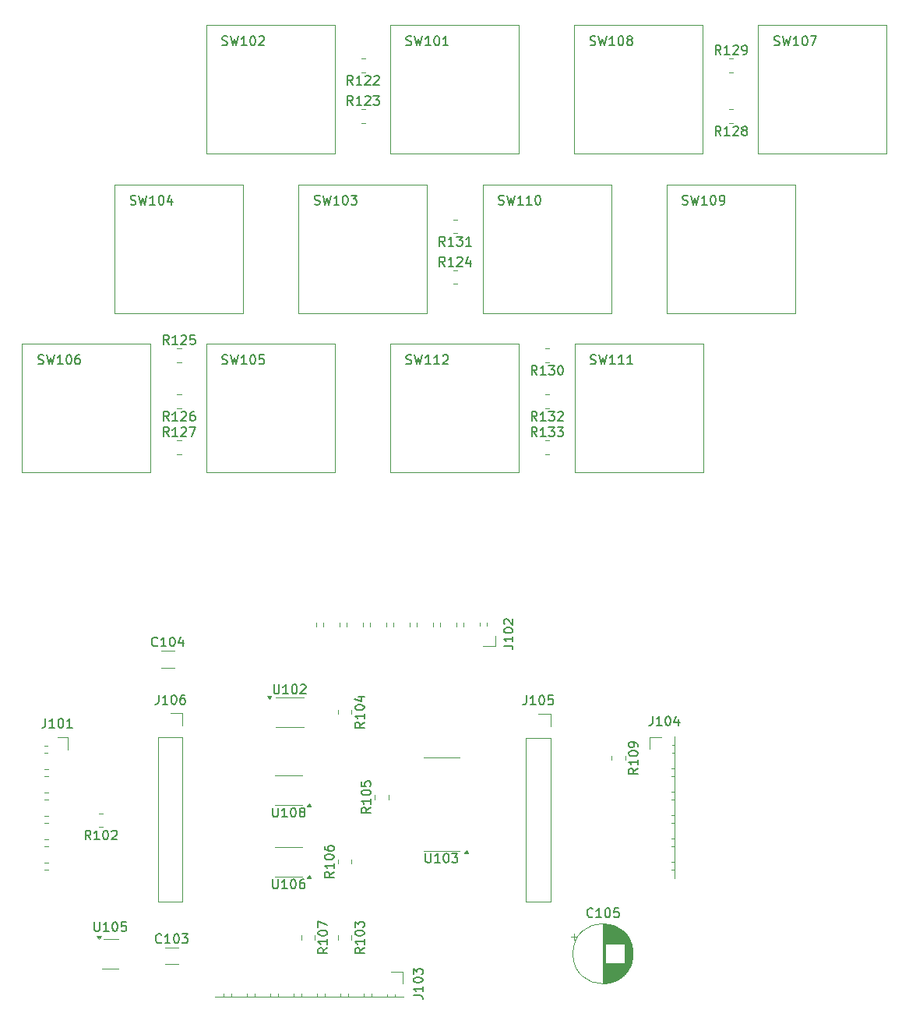
<source format=gbr>
%TF.GenerationSoftware,KiCad,Pcbnew,9.0.3+dfsg-1*%
%TF.CreationDate,2026-02-26T14:57:31+01:00*%
%TF.ProjectId,tastiera_isomorfa,74617374-6965-4726-915f-69736f6d6f72,rev?*%
%TF.SameCoordinates,Original*%
%TF.FileFunction,Legend,Top*%
%TF.FilePolarity,Positive*%
%FSLAX46Y46*%
G04 Gerber Fmt 4.6, Leading zero omitted, Abs format (unit mm)*
G04 Created by KiCad (PCBNEW 9.0.3+dfsg-1) date 2026-02-26 14:57:31*
%MOMM*%
%LPD*%
G01*
G04 APERTURE LIST*
%ADD10C,0.150000*%
%ADD11C,0.120000*%
G04 APERTURE END LIST*
D10*
X142804819Y-138119047D02*
X142328628Y-138452380D01*
X142804819Y-138690475D02*
X141804819Y-138690475D01*
X141804819Y-138690475D02*
X141804819Y-138309523D01*
X141804819Y-138309523D02*
X141852438Y-138214285D01*
X141852438Y-138214285D02*
X141900057Y-138166666D01*
X141900057Y-138166666D02*
X141995295Y-138119047D01*
X141995295Y-138119047D02*
X142138152Y-138119047D01*
X142138152Y-138119047D02*
X142233390Y-138166666D01*
X142233390Y-138166666D02*
X142281009Y-138214285D01*
X142281009Y-138214285D02*
X142328628Y-138309523D01*
X142328628Y-138309523D02*
X142328628Y-138690475D01*
X142804819Y-137166666D02*
X142804819Y-137738094D01*
X142804819Y-137452380D02*
X141804819Y-137452380D01*
X141804819Y-137452380D02*
X141947676Y-137547618D01*
X141947676Y-137547618D02*
X142042914Y-137642856D01*
X142042914Y-137642856D02*
X142090533Y-137738094D01*
X141804819Y-136547618D02*
X141804819Y-136452380D01*
X141804819Y-136452380D02*
X141852438Y-136357142D01*
X141852438Y-136357142D02*
X141900057Y-136309523D01*
X141900057Y-136309523D02*
X141995295Y-136261904D01*
X141995295Y-136261904D02*
X142185771Y-136214285D01*
X142185771Y-136214285D02*
X142423866Y-136214285D01*
X142423866Y-136214285D02*
X142614342Y-136261904D01*
X142614342Y-136261904D02*
X142709580Y-136309523D01*
X142709580Y-136309523D02*
X142757200Y-136357142D01*
X142757200Y-136357142D02*
X142804819Y-136452380D01*
X142804819Y-136452380D02*
X142804819Y-136547618D01*
X142804819Y-136547618D02*
X142757200Y-136642856D01*
X142757200Y-136642856D02*
X142709580Y-136690475D01*
X142709580Y-136690475D02*
X142614342Y-136738094D01*
X142614342Y-136738094D02*
X142423866Y-136785713D01*
X142423866Y-136785713D02*
X142185771Y-136785713D01*
X142185771Y-136785713D02*
X141995295Y-136738094D01*
X141995295Y-136738094D02*
X141900057Y-136690475D01*
X141900057Y-136690475D02*
X141852438Y-136642856D01*
X141852438Y-136642856D02*
X141804819Y-136547618D01*
X141804819Y-135357142D02*
X141804819Y-135547618D01*
X141804819Y-135547618D02*
X141852438Y-135642856D01*
X141852438Y-135642856D02*
X141900057Y-135690475D01*
X141900057Y-135690475D02*
X142042914Y-135785713D01*
X142042914Y-135785713D02*
X142233390Y-135833332D01*
X142233390Y-135833332D02*
X142614342Y-135833332D01*
X142614342Y-135833332D02*
X142709580Y-135785713D01*
X142709580Y-135785713D02*
X142757200Y-135738094D01*
X142757200Y-135738094D02*
X142804819Y-135642856D01*
X142804819Y-135642856D02*
X142804819Y-135452380D01*
X142804819Y-135452380D02*
X142757200Y-135357142D01*
X142757200Y-135357142D02*
X142709580Y-135309523D01*
X142709580Y-135309523D02*
X142614342Y-135261904D01*
X142614342Y-135261904D02*
X142376247Y-135261904D01*
X142376247Y-135261904D02*
X142281009Y-135309523D01*
X142281009Y-135309523D02*
X142233390Y-135357142D01*
X142233390Y-135357142D02*
X142185771Y-135452380D01*
X142185771Y-135452380D02*
X142185771Y-135642856D01*
X142185771Y-135642856D02*
X142233390Y-135738094D01*
X142233390Y-135738094D02*
X142281009Y-135785713D01*
X142281009Y-135785713D02*
X142376247Y-135833332D01*
X154880952Y-72304819D02*
X154547619Y-71828628D01*
X154309524Y-72304819D02*
X154309524Y-71304819D01*
X154309524Y-71304819D02*
X154690476Y-71304819D01*
X154690476Y-71304819D02*
X154785714Y-71352438D01*
X154785714Y-71352438D02*
X154833333Y-71400057D01*
X154833333Y-71400057D02*
X154880952Y-71495295D01*
X154880952Y-71495295D02*
X154880952Y-71638152D01*
X154880952Y-71638152D02*
X154833333Y-71733390D01*
X154833333Y-71733390D02*
X154785714Y-71781009D01*
X154785714Y-71781009D02*
X154690476Y-71828628D01*
X154690476Y-71828628D02*
X154309524Y-71828628D01*
X155833333Y-72304819D02*
X155261905Y-72304819D01*
X155547619Y-72304819D02*
X155547619Y-71304819D01*
X155547619Y-71304819D02*
X155452381Y-71447676D01*
X155452381Y-71447676D02*
X155357143Y-71542914D01*
X155357143Y-71542914D02*
X155261905Y-71590533D01*
X156214286Y-71400057D02*
X156261905Y-71352438D01*
X156261905Y-71352438D02*
X156357143Y-71304819D01*
X156357143Y-71304819D02*
X156595238Y-71304819D01*
X156595238Y-71304819D02*
X156690476Y-71352438D01*
X156690476Y-71352438D02*
X156738095Y-71400057D01*
X156738095Y-71400057D02*
X156785714Y-71495295D01*
X156785714Y-71495295D02*
X156785714Y-71590533D01*
X156785714Y-71590533D02*
X156738095Y-71733390D01*
X156738095Y-71733390D02*
X156166667Y-72304819D01*
X156166667Y-72304819D02*
X156785714Y-72304819D01*
X157642857Y-71638152D02*
X157642857Y-72304819D01*
X157404762Y-71257200D02*
X157166667Y-71971485D01*
X157166667Y-71971485D02*
X157785714Y-71971485D01*
X164880952Y-84104819D02*
X164547619Y-83628628D01*
X164309524Y-84104819D02*
X164309524Y-83104819D01*
X164309524Y-83104819D02*
X164690476Y-83104819D01*
X164690476Y-83104819D02*
X164785714Y-83152438D01*
X164785714Y-83152438D02*
X164833333Y-83200057D01*
X164833333Y-83200057D02*
X164880952Y-83295295D01*
X164880952Y-83295295D02*
X164880952Y-83438152D01*
X164880952Y-83438152D02*
X164833333Y-83533390D01*
X164833333Y-83533390D02*
X164785714Y-83581009D01*
X164785714Y-83581009D02*
X164690476Y-83628628D01*
X164690476Y-83628628D02*
X164309524Y-83628628D01*
X165833333Y-84104819D02*
X165261905Y-84104819D01*
X165547619Y-84104819D02*
X165547619Y-83104819D01*
X165547619Y-83104819D02*
X165452381Y-83247676D01*
X165452381Y-83247676D02*
X165357143Y-83342914D01*
X165357143Y-83342914D02*
X165261905Y-83390533D01*
X166166667Y-83104819D02*
X166785714Y-83104819D01*
X166785714Y-83104819D02*
X166452381Y-83485771D01*
X166452381Y-83485771D02*
X166595238Y-83485771D01*
X166595238Y-83485771D02*
X166690476Y-83533390D01*
X166690476Y-83533390D02*
X166738095Y-83581009D01*
X166738095Y-83581009D02*
X166785714Y-83676247D01*
X166785714Y-83676247D02*
X166785714Y-83914342D01*
X166785714Y-83914342D02*
X166738095Y-84009580D01*
X166738095Y-84009580D02*
X166690476Y-84057200D01*
X166690476Y-84057200D02*
X166595238Y-84104819D01*
X166595238Y-84104819D02*
X166309524Y-84104819D01*
X166309524Y-84104819D02*
X166214286Y-84057200D01*
X166214286Y-84057200D02*
X166166667Y-84009580D01*
X167404762Y-83104819D02*
X167500000Y-83104819D01*
X167500000Y-83104819D02*
X167595238Y-83152438D01*
X167595238Y-83152438D02*
X167642857Y-83200057D01*
X167642857Y-83200057D02*
X167690476Y-83295295D01*
X167690476Y-83295295D02*
X167738095Y-83485771D01*
X167738095Y-83485771D02*
X167738095Y-83723866D01*
X167738095Y-83723866D02*
X167690476Y-83914342D01*
X167690476Y-83914342D02*
X167642857Y-84009580D01*
X167642857Y-84009580D02*
X167595238Y-84057200D01*
X167595238Y-84057200D02*
X167500000Y-84104819D01*
X167500000Y-84104819D02*
X167404762Y-84104819D01*
X167404762Y-84104819D02*
X167309524Y-84057200D01*
X167309524Y-84057200D02*
X167261905Y-84009580D01*
X167261905Y-84009580D02*
X167214286Y-83914342D01*
X167214286Y-83914342D02*
X167166667Y-83723866D01*
X167166667Y-83723866D02*
X167166667Y-83485771D01*
X167166667Y-83485771D02*
X167214286Y-83295295D01*
X167214286Y-83295295D02*
X167261905Y-83200057D01*
X167261905Y-83200057D02*
X167309524Y-83152438D01*
X167309524Y-83152438D02*
X167404762Y-83104819D01*
X164880952Y-89104819D02*
X164547619Y-88628628D01*
X164309524Y-89104819D02*
X164309524Y-88104819D01*
X164309524Y-88104819D02*
X164690476Y-88104819D01*
X164690476Y-88104819D02*
X164785714Y-88152438D01*
X164785714Y-88152438D02*
X164833333Y-88200057D01*
X164833333Y-88200057D02*
X164880952Y-88295295D01*
X164880952Y-88295295D02*
X164880952Y-88438152D01*
X164880952Y-88438152D02*
X164833333Y-88533390D01*
X164833333Y-88533390D02*
X164785714Y-88581009D01*
X164785714Y-88581009D02*
X164690476Y-88628628D01*
X164690476Y-88628628D02*
X164309524Y-88628628D01*
X165833333Y-89104819D02*
X165261905Y-89104819D01*
X165547619Y-89104819D02*
X165547619Y-88104819D01*
X165547619Y-88104819D02*
X165452381Y-88247676D01*
X165452381Y-88247676D02*
X165357143Y-88342914D01*
X165357143Y-88342914D02*
X165261905Y-88390533D01*
X166166667Y-88104819D02*
X166785714Y-88104819D01*
X166785714Y-88104819D02*
X166452381Y-88485771D01*
X166452381Y-88485771D02*
X166595238Y-88485771D01*
X166595238Y-88485771D02*
X166690476Y-88533390D01*
X166690476Y-88533390D02*
X166738095Y-88581009D01*
X166738095Y-88581009D02*
X166785714Y-88676247D01*
X166785714Y-88676247D02*
X166785714Y-88914342D01*
X166785714Y-88914342D02*
X166738095Y-89009580D01*
X166738095Y-89009580D02*
X166690476Y-89057200D01*
X166690476Y-89057200D02*
X166595238Y-89104819D01*
X166595238Y-89104819D02*
X166309524Y-89104819D01*
X166309524Y-89104819D02*
X166214286Y-89057200D01*
X166214286Y-89057200D02*
X166166667Y-89009580D01*
X167166667Y-88200057D02*
X167214286Y-88152438D01*
X167214286Y-88152438D02*
X167309524Y-88104819D01*
X167309524Y-88104819D02*
X167547619Y-88104819D01*
X167547619Y-88104819D02*
X167642857Y-88152438D01*
X167642857Y-88152438D02*
X167690476Y-88200057D01*
X167690476Y-88200057D02*
X167738095Y-88295295D01*
X167738095Y-88295295D02*
X167738095Y-88390533D01*
X167738095Y-88390533D02*
X167690476Y-88533390D01*
X167690476Y-88533390D02*
X167119048Y-89104819D01*
X167119048Y-89104819D02*
X167738095Y-89104819D01*
X164880952Y-90804819D02*
X164547619Y-90328628D01*
X164309524Y-90804819D02*
X164309524Y-89804819D01*
X164309524Y-89804819D02*
X164690476Y-89804819D01*
X164690476Y-89804819D02*
X164785714Y-89852438D01*
X164785714Y-89852438D02*
X164833333Y-89900057D01*
X164833333Y-89900057D02*
X164880952Y-89995295D01*
X164880952Y-89995295D02*
X164880952Y-90138152D01*
X164880952Y-90138152D02*
X164833333Y-90233390D01*
X164833333Y-90233390D02*
X164785714Y-90281009D01*
X164785714Y-90281009D02*
X164690476Y-90328628D01*
X164690476Y-90328628D02*
X164309524Y-90328628D01*
X165833333Y-90804819D02*
X165261905Y-90804819D01*
X165547619Y-90804819D02*
X165547619Y-89804819D01*
X165547619Y-89804819D02*
X165452381Y-89947676D01*
X165452381Y-89947676D02*
X165357143Y-90042914D01*
X165357143Y-90042914D02*
X165261905Y-90090533D01*
X166166667Y-89804819D02*
X166785714Y-89804819D01*
X166785714Y-89804819D02*
X166452381Y-90185771D01*
X166452381Y-90185771D02*
X166595238Y-90185771D01*
X166595238Y-90185771D02*
X166690476Y-90233390D01*
X166690476Y-90233390D02*
X166738095Y-90281009D01*
X166738095Y-90281009D02*
X166785714Y-90376247D01*
X166785714Y-90376247D02*
X166785714Y-90614342D01*
X166785714Y-90614342D02*
X166738095Y-90709580D01*
X166738095Y-90709580D02*
X166690476Y-90757200D01*
X166690476Y-90757200D02*
X166595238Y-90804819D01*
X166595238Y-90804819D02*
X166309524Y-90804819D01*
X166309524Y-90804819D02*
X166214286Y-90757200D01*
X166214286Y-90757200D02*
X166166667Y-90709580D01*
X167119048Y-89804819D02*
X167738095Y-89804819D01*
X167738095Y-89804819D02*
X167404762Y-90185771D01*
X167404762Y-90185771D02*
X167547619Y-90185771D01*
X167547619Y-90185771D02*
X167642857Y-90233390D01*
X167642857Y-90233390D02*
X167690476Y-90281009D01*
X167690476Y-90281009D02*
X167738095Y-90376247D01*
X167738095Y-90376247D02*
X167738095Y-90614342D01*
X167738095Y-90614342D02*
X167690476Y-90709580D01*
X167690476Y-90709580D02*
X167642857Y-90757200D01*
X167642857Y-90757200D02*
X167547619Y-90804819D01*
X167547619Y-90804819D02*
X167261905Y-90804819D01*
X167261905Y-90804819D02*
X167166667Y-90757200D01*
X167166667Y-90757200D02*
X167119048Y-90709580D01*
X111464285Y-121454819D02*
X111464285Y-122169104D01*
X111464285Y-122169104D02*
X111416666Y-122311961D01*
X111416666Y-122311961D02*
X111321428Y-122407200D01*
X111321428Y-122407200D02*
X111178571Y-122454819D01*
X111178571Y-122454819D02*
X111083333Y-122454819D01*
X112464285Y-122454819D02*
X111892857Y-122454819D01*
X112178571Y-122454819D02*
X112178571Y-121454819D01*
X112178571Y-121454819D02*
X112083333Y-121597676D01*
X112083333Y-121597676D02*
X111988095Y-121692914D01*
X111988095Y-121692914D02*
X111892857Y-121740533D01*
X113083333Y-121454819D02*
X113178571Y-121454819D01*
X113178571Y-121454819D02*
X113273809Y-121502438D01*
X113273809Y-121502438D02*
X113321428Y-121550057D01*
X113321428Y-121550057D02*
X113369047Y-121645295D01*
X113369047Y-121645295D02*
X113416666Y-121835771D01*
X113416666Y-121835771D02*
X113416666Y-122073866D01*
X113416666Y-122073866D02*
X113369047Y-122264342D01*
X113369047Y-122264342D02*
X113321428Y-122359580D01*
X113321428Y-122359580D02*
X113273809Y-122407200D01*
X113273809Y-122407200D02*
X113178571Y-122454819D01*
X113178571Y-122454819D02*
X113083333Y-122454819D01*
X113083333Y-122454819D02*
X112988095Y-122407200D01*
X112988095Y-122407200D02*
X112940476Y-122359580D01*
X112940476Y-122359580D02*
X112892857Y-122264342D01*
X112892857Y-122264342D02*
X112845238Y-122073866D01*
X112845238Y-122073866D02*
X112845238Y-121835771D01*
X112845238Y-121835771D02*
X112892857Y-121645295D01*
X112892857Y-121645295D02*
X112940476Y-121550057D01*
X112940476Y-121550057D02*
X112988095Y-121502438D01*
X112988095Y-121502438D02*
X113083333Y-121454819D01*
X114369047Y-122454819D02*
X113797619Y-122454819D01*
X114083333Y-122454819D02*
X114083333Y-121454819D01*
X114083333Y-121454819D02*
X113988095Y-121597676D01*
X113988095Y-121597676D02*
X113892857Y-121692914D01*
X113892857Y-121692914D02*
X113797619Y-121740533D01*
X136173214Y-131154819D02*
X136173214Y-131964342D01*
X136173214Y-131964342D02*
X136220833Y-132059580D01*
X136220833Y-132059580D02*
X136268452Y-132107200D01*
X136268452Y-132107200D02*
X136363690Y-132154819D01*
X136363690Y-132154819D02*
X136554166Y-132154819D01*
X136554166Y-132154819D02*
X136649404Y-132107200D01*
X136649404Y-132107200D02*
X136697023Y-132059580D01*
X136697023Y-132059580D02*
X136744642Y-131964342D01*
X136744642Y-131964342D02*
X136744642Y-131154819D01*
X137744642Y-132154819D02*
X137173214Y-132154819D01*
X137458928Y-132154819D02*
X137458928Y-131154819D01*
X137458928Y-131154819D02*
X137363690Y-131297676D01*
X137363690Y-131297676D02*
X137268452Y-131392914D01*
X137268452Y-131392914D02*
X137173214Y-131440533D01*
X138363690Y-131154819D02*
X138458928Y-131154819D01*
X138458928Y-131154819D02*
X138554166Y-131202438D01*
X138554166Y-131202438D02*
X138601785Y-131250057D01*
X138601785Y-131250057D02*
X138649404Y-131345295D01*
X138649404Y-131345295D02*
X138697023Y-131535771D01*
X138697023Y-131535771D02*
X138697023Y-131773866D01*
X138697023Y-131773866D02*
X138649404Y-131964342D01*
X138649404Y-131964342D02*
X138601785Y-132059580D01*
X138601785Y-132059580D02*
X138554166Y-132107200D01*
X138554166Y-132107200D02*
X138458928Y-132154819D01*
X138458928Y-132154819D02*
X138363690Y-132154819D01*
X138363690Y-132154819D02*
X138268452Y-132107200D01*
X138268452Y-132107200D02*
X138220833Y-132059580D01*
X138220833Y-132059580D02*
X138173214Y-131964342D01*
X138173214Y-131964342D02*
X138125595Y-131773866D01*
X138125595Y-131773866D02*
X138125595Y-131535771D01*
X138125595Y-131535771D02*
X138173214Y-131345295D01*
X138173214Y-131345295D02*
X138220833Y-131250057D01*
X138220833Y-131250057D02*
X138268452Y-131202438D01*
X138268452Y-131202438D02*
X138363690Y-131154819D01*
X139268452Y-131583390D02*
X139173214Y-131535771D01*
X139173214Y-131535771D02*
X139125595Y-131488152D01*
X139125595Y-131488152D02*
X139077976Y-131392914D01*
X139077976Y-131392914D02*
X139077976Y-131345295D01*
X139077976Y-131345295D02*
X139125595Y-131250057D01*
X139125595Y-131250057D02*
X139173214Y-131202438D01*
X139173214Y-131202438D02*
X139268452Y-131154819D01*
X139268452Y-131154819D02*
X139458928Y-131154819D01*
X139458928Y-131154819D02*
X139554166Y-131202438D01*
X139554166Y-131202438D02*
X139601785Y-131250057D01*
X139601785Y-131250057D02*
X139649404Y-131345295D01*
X139649404Y-131345295D02*
X139649404Y-131392914D01*
X139649404Y-131392914D02*
X139601785Y-131488152D01*
X139601785Y-131488152D02*
X139554166Y-131535771D01*
X139554166Y-131535771D02*
X139458928Y-131583390D01*
X139458928Y-131583390D02*
X139268452Y-131583390D01*
X139268452Y-131583390D02*
X139173214Y-131631009D01*
X139173214Y-131631009D02*
X139125595Y-131678628D01*
X139125595Y-131678628D02*
X139077976Y-131773866D01*
X139077976Y-131773866D02*
X139077976Y-131964342D01*
X139077976Y-131964342D02*
X139125595Y-132059580D01*
X139125595Y-132059580D02*
X139173214Y-132107200D01*
X139173214Y-132107200D02*
X139268452Y-132154819D01*
X139268452Y-132154819D02*
X139458928Y-132154819D01*
X139458928Y-132154819D02*
X139554166Y-132107200D01*
X139554166Y-132107200D02*
X139601785Y-132059580D01*
X139601785Y-132059580D02*
X139649404Y-131964342D01*
X139649404Y-131964342D02*
X139649404Y-131773866D01*
X139649404Y-131773866D02*
X139601785Y-131678628D01*
X139601785Y-131678628D02*
X139554166Y-131631009D01*
X139554166Y-131631009D02*
X139458928Y-131583390D01*
X124880952Y-80804819D02*
X124547619Y-80328628D01*
X124309524Y-80804819D02*
X124309524Y-79804819D01*
X124309524Y-79804819D02*
X124690476Y-79804819D01*
X124690476Y-79804819D02*
X124785714Y-79852438D01*
X124785714Y-79852438D02*
X124833333Y-79900057D01*
X124833333Y-79900057D02*
X124880952Y-79995295D01*
X124880952Y-79995295D02*
X124880952Y-80138152D01*
X124880952Y-80138152D02*
X124833333Y-80233390D01*
X124833333Y-80233390D02*
X124785714Y-80281009D01*
X124785714Y-80281009D02*
X124690476Y-80328628D01*
X124690476Y-80328628D02*
X124309524Y-80328628D01*
X125833333Y-80804819D02*
X125261905Y-80804819D01*
X125547619Y-80804819D02*
X125547619Y-79804819D01*
X125547619Y-79804819D02*
X125452381Y-79947676D01*
X125452381Y-79947676D02*
X125357143Y-80042914D01*
X125357143Y-80042914D02*
X125261905Y-80090533D01*
X126214286Y-79900057D02*
X126261905Y-79852438D01*
X126261905Y-79852438D02*
X126357143Y-79804819D01*
X126357143Y-79804819D02*
X126595238Y-79804819D01*
X126595238Y-79804819D02*
X126690476Y-79852438D01*
X126690476Y-79852438D02*
X126738095Y-79900057D01*
X126738095Y-79900057D02*
X126785714Y-79995295D01*
X126785714Y-79995295D02*
X126785714Y-80090533D01*
X126785714Y-80090533D02*
X126738095Y-80233390D01*
X126738095Y-80233390D02*
X126166667Y-80804819D01*
X126166667Y-80804819D02*
X126785714Y-80804819D01*
X127690476Y-79804819D02*
X127214286Y-79804819D01*
X127214286Y-79804819D02*
X127166667Y-80281009D01*
X127166667Y-80281009D02*
X127214286Y-80233390D01*
X127214286Y-80233390D02*
X127309524Y-80185771D01*
X127309524Y-80185771D02*
X127547619Y-80185771D01*
X127547619Y-80185771D02*
X127642857Y-80233390D01*
X127642857Y-80233390D02*
X127690476Y-80281009D01*
X127690476Y-80281009D02*
X127738095Y-80376247D01*
X127738095Y-80376247D02*
X127738095Y-80614342D01*
X127738095Y-80614342D02*
X127690476Y-80709580D01*
X127690476Y-80709580D02*
X127642857Y-80757200D01*
X127642857Y-80757200D02*
X127547619Y-80804819D01*
X127547619Y-80804819D02*
X127309524Y-80804819D01*
X127309524Y-80804819D02*
X127214286Y-80757200D01*
X127214286Y-80757200D02*
X127166667Y-80709580D01*
X136173214Y-138929819D02*
X136173214Y-139739342D01*
X136173214Y-139739342D02*
X136220833Y-139834580D01*
X136220833Y-139834580D02*
X136268452Y-139882200D01*
X136268452Y-139882200D02*
X136363690Y-139929819D01*
X136363690Y-139929819D02*
X136554166Y-139929819D01*
X136554166Y-139929819D02*
X136649404Y-139882200D01*
X136649404Y-139882200D02*
X136697023Y-139834580D01*
X136697023Y-139834580D02*
X136744642Y-139739342D01*
X136744642Y-139739342D02*
X136744642Y-138929819D01*
X137744642Y-139929819D02*
X137173214Y-139929819D01*
X137458928Y-139929819D02*
X137458928Y-138929819D01*
X137458928Y-138929819D02*
X137363690Y-139072676D01*
X137363690Y-139072676D02*
X137268452Y-139167914D01*
X137268452Y-139167914D02*
X137173214Y-139215533D01*
X138363690Y-138929819D02*
X138458928Y-138929819D01*
X138458928Y-138929819D02*
X138554166Y-138977438D01*
X138554166Y-138977438D02*
X138601785Y-139025057D01*
X138601785Y-139025057D02*
X138649404Y-139120295D01*
X138649404Y-139120295D02*
X138697023Y-139310771D01*
X138697023Y-139310771D02*
X138697023Y-139548866D01*
X138697023Y-139548866D02*
X138649404Y-139739342D01*
X138649404Y-139739342D02*
X138601785Y-139834580D01*
X138601785Y-139834580D02*
X138554166Y-139882200D01*
X138554166Y-139882200D02*
X138458928Y-139929819D01*
X138458928Y-139929819D02*
X138363690Y-139929819D01*
X138363690Y-139929819D02*
X138268452Y-139882200D01*
X138268452Y-139882200D02*
X138220833Y-139834580D01*
X138220833Y-139834580D02*
X138173214Y-139739342D01*
X138173214Y-139739342D02*
X138125595Y-139548866D01*
X138125595Y-139548866D02*
X138125595Y-139310771D01*
X138125595Y-139310771D02*
X138173214Y-139120295D01*
X138173214Y-139120295D02*
X138220833Y-139025057D01*
X138220833Y-139025057D02*
X138268452Y-138977438D01*
X138268452Y-138977438D02*
X138363690Y-138929819D01*
X139554166Y-138929819D02*
X139363690Y-138929819D01*
X139363690Y-138929819D02*
X139268452Y-138977438D01*
X139268452Y-138977438D02*
X139220833Y-139025057D01*
X139220833Y-139025057D02*
X139125595Y-139167914D01*
X139125595Y-139167914D02*
X139077976Y-139358390D01*
X139077976Y-139358390D02*
X139077976Y-139739342D01*
X139077976Y-139739342D02*
X139125595Y-139834580D01*
X139125595Y-139834580D02*
X139173214Y-139882200D01*
X139173214Y-139882200D02*
X139268452Y-139929819D01*
X139268452Y-139929819D02*
X139458928Y-139929819D01*
X139458928Y-139929819D02*
X139554166Y-139882200D01*
X139554166Y-139882200D02*
X139601785Y-139834580D01*
X139601785Y-139834580D02*
X139649404Y-139739342D01*
X139649404Y-139739342D02*
X139649404Y-139501247D01*
X139649404Y-139501247D02*
X139601785Y-139406009D01*
X139601785Y-139406009D02*
X139554166Y-139358390D01*
X139554166Y-139358390D02*
X139458928Y-139310771D01*
X139458928Y-139310771D02*
X139268452Y-139310771D01*
X139268452Y-139310771D02*
X139173214Y-139358390D01*
X139173214Y-139358390D02*
X139125595Y-139406009D01*
X139125595Y-139406009D02*
X139077976Y-139501247D01*
X124880952Y-89104819D02*
X124547619Y-88628628D01*
X124309524Y-89104819D02*
X124309524Y-88104819D01*
X124309524Y-88104819D02*
X124690476Y-88104819D01*
X124690476Y-88104819D02*
X124785714Y-88152438D01*
X124785714Y-88152438D02*
X124833333Y-88200057D01*
X124833333Y-88200057D02*
X124880952Y-88295295D01*
X124880952Y-88295295D02*
X124880952Y-88438152D01*
X124880952Y-88438152D02*
X124833333Y-88533390D01*
X124833333Y-88533390D02*
X124785714Y-88581009D01*
X124785714Y-88581009D02*
X124690476Y-88628628D01*
X124690476Y-88628628D02*
X124309524Y-88628628D01*
X125833333Y-89104819D02*
X125261905Y-89104819D01*
X125547619Y-89104819D02*
X125547619Y-88104819D01*
X125547619Y-88104819D02*
X125452381Y-88247676D01*
X125452381Y-88247676D02*
X125357143Y-88342914D01*
X125357143Y-88342914D02*
X125261905Y-88390533D01*
X126214286Y-88200057D02*
X126261905Y-88152438D01*
X126261905Y-88152438D02*
X126357143Y-88104819D01*
X126357143Y-88104819D02*
X126595238Y-88104819D01*
X126595238Y-88104819D02*
X126690476Y-88152438D01*
X126690476Y-88152438D02*
X126738095Y-88200057D01*
X126738095Y-88200057D02*
X126785714Y-88295295D01*
X126785714Y-88295295D02*
X126785714Y-88390533D01*
X126785714Y-88390533D02*
X126738095Y-88533390D01*
X126738095Y-88533390D02*
X126166667Y-89104819D01*
X126166667Y-89104819D02*
X126785714Y-89104819D01*
X127642857Y-88104819D02*
X127452381Y-88104819D01*
X127452381Y-88104819D02*
X127357143Y-88152438D01*
X127357143Y-88152438D02*
X127309524Y-88200057D01*
X127309524Y-88200057D02*
X127214286Y-88342914D01*
X127214286Y-88342914D02*
X127166667Y-88533390D01*
X127166667Y-88533390D02*
X127166667Y-88914342D01*
X127166667Y-88914342D02*
X127214286Y-89009580D01*
X127214286Y-89009580D02*
X127261905Y-89057200D01*
X127261905Y-89057200D02*
X127357143Y-89104819D01*
X127357143Y-89104819D02*
X127547619Y-89104819D01*
X127547619Y-89104819D02*
X127642857Y-89057200D01*
X127642857Y-89057200D02*
X127690476Y-89009580D01*
X127690476Y-89009580D02*
X127738095Y-88914342D01*
X127738095Y-88914342D02*
X127738095Y-88676247D01*
X127738095Y-88676247D02*
X127690476Y-88581009D01*
X127690476Y-88581009D02*
X127642857Y-88533390D01*
X127642857Y-88533390D02*
X127547619Y-88485771D01*
X127547619Y-88485771D02*
X127357143Y-88485771D01*
X127357143Y-88485771D02*
X127261905Y-88533390D01*
X127261905Y-88533390D02*
X127214286Y-88581009D01*
X127214286Y-88581009D02*
X127166667Y-88676247D01*
X123630952Y-113509580D02*
X123583333Y-113557200D01*
X123583333Y-113557200D02*
X123440476Y-113604819D01*
X123440476Y-113604819D02*
X123345238Y-113604819D01*
X123345238Y-113604819D02*
X123202381Y-113557200D01*
X123202381Y-113557200D02*
X123107143Y-113461961D01*
X123107143Y-113461961D02*
X123059524Y-113366723D01*
X123059524Y-113366723D02*
X123011905Y-113176247D01*
X123011905Y-113176247D02*
X123011905Y-113033390D01*
X123011905Y-113033390D02*
X123059524Y-112842914D01*
X123059524Y-112842914D02*
X123107143Y-112747676D01*
X123107143Y-112747676D02*
X123202381Y-112652438D01*
X123202381Y-112652438D02*
X123345238Y-112604819D01*
X123345238Y-112604819D02*
X123440476Y-112604819D01*
X123440476Y-112604819D02*
X123583333Y-112652438D01*
X123583333Y-112652438D02*
X123630952Y-112700057D01*
X124583333Y-113604819D02*
X124011905Y-113604819D01*
X124297619Y-113604819D02*
X124297619Y-112604819D01*
X124297619Y-112604819D02*
X124202381Y-112747676D01*
X124202381Y-112747676D02*
X124107143Y-112842914D01*
X124107143Y-112842914D02*
X124011905Y-112890533D01*
X125202381Y-112604819D02*
X125297619Y-112604819D01*
X125297619Y-112604819D02*
X125392857Y-112652438D01*
X125392857Y-112652438D02*
X125440476Y-112700057D01*
X125440476Y-112700057D02*
X125488095Y-112795295D01*
X125488095Y-112795295D02*
X125535714Y-112985771D01*
X125535714Y-112985771D02*
X125535714Y-113223866D01*
X125535714Y-113223866D02*
X125488095Y-113414342D01*
X125488095Y-113414342D02*
X125440476Y-113509580D01*
X125440476Y-113509580D02*
X125392857Y-113557200D01*
X125392857Y-113557200D02*
X125297619Y-113604819D01*
X125297619Y-113604819D02*
X125202381Y-113604819D01*
X125202381Y-113604819D02*
X125107143Y-113557200D01*
X125107143Y-113557200D02*
X125059524Y-113509580D01*
X125059524Y-113509580D02*
X125011905Y-113414342D01*
X125011905Y-113414342D02*
X124964286Y-113223866D01*
X124964286Y-113223866D02*
X124964286Y-112985771D01*
X124964286Y-112985771D02*
X125011905Y-112795295D01*
X125011905Y-112795295D02*
X125059524Y-112700057D01*
X125059524Y-112700057D02*
X125107143Y-112652438D01*
X125107143Y-112652438D02*
X125202381Y-112604819D01*
X126392857Y-112938152D02*
X126392857Y-113604819D01*
X126154762Y-112557200D02*
X125916667Y-113271485D01*
X125916667Y-113271485D02*
X126535714Y-113271485D01*
X110674286Y-82907200D02*
X110817143Y-82954819D01*
X110817143Y-82954819D02*
X111055238Y-82954819D01*
X111055238Y-82954819D02*
X111150476Y-82907200D01*
X111150476Y-82907200D02*
X111198095Y-82859580D01*
X111198095Y-82859580D02*
X111245714Y-82764342D01*
X111245714Y-82764342D02*
X111245714Y-82669104D01*
X111245714Y-82669104D02*
X111198095Y-82573866D01*
X111198095Y-82573866D02*
X111150476Y-82526247D01*
X111150476Y-82526247D02*
X111055238Y-82478628D01*
X111055238Y-82478628D02*
X110864762Y-82431009D01*
X110864762Y-82431009D02*
X110769524Y-82383390D01*
X110769524Y-82383390D02*
X110721905Y-82335771D01*
X110721905Y-82335771D02*
X110674286Y-82240533D01*
X110674286Y-82240533D02*
X110674286Y-82145295D01*
X110674286Y-82145295D02*
X110721905Y-82050057D01*
X110721905Y-82050057D02*
X110769524Y-82002438D01*
X110769524Y-82002438D02*
X110864762Y-81954819D01*
X110864762Y-81954819D02*
X111102857Y-81954819D01*
X111102857Y-81954819D02*
X111245714Y-82002438D01*
X111579048Y-81954819D02*
X111817143Y-82954819D01*
X111817143Y-82954819D02*
X112007619Y-82240533D01*
X112007619Y-82240533D02*
X112198095Y-82954819D01*
X112198095Y-82954819D02*
X112436191Y-81954819D01*
X113340952Y-82954819D02*
X112769524Y-82954819D01*
X113055238Y-82954819D02*
X113055238Y-81954819D01*
X113055238Y-81954819D02*
X112960000Y-82097676D01*
X112960000Y-82097676D02*
X112864762Y-82192914D01*
X112864762Y-82192914D02*
X112769524Y-82240533D01*
X113960000Y-81954819D02*
X114055238Y-81954819D01*
X114055238Y-81954819D02*
X114150476Y-82002438D01*
X114150476Y-82002438D02*
X114198095Y-82050057D01*
X114198095Y-82050057D02*
X114245714Y-82145295D01*
X114245714Y-82145295D02*
X114293333Y-82335771D01*
X114293333Y-82335771D02*
X114293333Y-82573866D01*
X114293333Y-82573866D02*
X114245714Y-82764342D01*
X114245714Y-82764342D02*
X114198095Y-82859580D01*
X114198095Y-82859580D02*
X114150476Y-82907200D01*
X114150476Y-82907200D02*
X114055238Y-82954819D01*
X114055238Y-82954819D02*
X113960000Y-82954819D01*
X113960000Y-82954819D02*
X113864762Y-82907200D01*
X113864762Y-82907200D02*
X113817143Y-82859580D01*
X113817143Y-82859580D02*
X113769524Y-82764342D01*
X113769524Y-82764342D02*
X113721905Y-82573866D01*
X113721905Y-82573866D02*
X113721905Y-82335771D01*
X113721905Y-82335771D02*
X113769524Y-82145295D01*
X113769524Y-82145295D02*
X113817143Y-82050057D01*
X113817143Y-82050057D02*
X113864762Y-82002438D01*
X113864762Y-82002438D02*
X113960000Y-81954819D01*
X115150476Y-81954819D02*
X114960000Y-81954819D01*
X114960000Y-81954819D02*
X114864762Y-82002438D01*
X114864762Y-82002438D02*
X114817143Y-82050057D01*
X114817143Y-82050057D02*
X114721905Y-82192914D01*
X114721905Y-82192914D02*
X114674286Y-82383390D01*
X114674286Y-82383390D02*
X114674286Y-82764342D01*
X114674286Y-82764342D02*
X114721905Y-82859580D01*
X114721905Y-82859580D02*
X114769524Y-82907200D01*
X114769524Y-82907200D02*
X114864762Y-82954819D01*
X114864762Y-82954819D02*
X115055238Y-82954819D01*
X115055238Y-82954819D02*
X115150476Y-82907200D01*
X115150476Y-82907200D02*
X115198095Y-82859580D01*
X115198095Y-82859580D02*
X115245714Y-82764342D01*
X115245714Y-82764342D02*
X115245714Y-82526247D01*
X115245714Y-82526247D02*
X115198095Y-82431009D01*
X115198095Y-82431009D02*
X115150476Y-82383390D01*
X115150476Y-82383390D02*
X115055238Y-82335771D01*
X115055238Y-82335771D02*
X114864762Y-82335771D01*
X114864762Y-82335771D02*
X114769524Y-82383390D01*
X114769524Y-82383390D02*
X114721905Y-82431009D01*
X114721905Y-82431009D02*
X114674286Y-82526247D01*
X146804819Y-131119047D02*
X146328628Y-131452380D01*
X146804819Y-131690475D02*
X145804819Y-131690475D01*
X145804819Y-131690475D02*
X145804819Y-131309523D01*
X145804819Y-131309523D02*
X145852438Y-131214285D01*
X145852438Y-131214285D02*
X145900057Y-131166666D01*
X145900057Y-131166666D02*
X145995295Y-131119047D01*
X145995295Y-131119047D02*
X146138152Y-131119047D01*
X146138152Y-131119047D02*
X146233390Y-131166666D01*
X146233390Y-131166666D02*
X146281009Y-131214285D01*
X146281009Y-131214285D02*
X146328628Y-131309523D01*
X146328628Y-131309523D02*
X146328628Y-131690475D01*
X146804819Y-130166666D02*
X146804819Y-130738094D01*
X146804819Y-130452380D02*
X145804819Y-130452380D01*
X145804819Y-130452380D02*
X145947676Y-130547618D01*
X145947676Y-130547618D02*
X146042914Y-130642856D01*
X146042914Y-130642856D02*
X146090533Y-130738094D01*
X145804819Y-129547618D02*
X145804819Y-129452380D01*
X145804819Y-129452380D02*
X145852438Y-129357142D01*
X145852438Y-129357142D02*
X145900057Y-129309523D01*
X145900057Y-129309523D02*
X145995295Y-129261904D01*
X145995295Y-129261904D02*
X146185771Y-129214285D01*
X146185771Y-129214285D02*
X146423866Y-129214285D01*
X146423866Y-129214285D02*
X146614342Y-129261904D01*
X146614342Y-129261904D02*
X146709580Y-129309523D01*
X146709580Y-129309523D02*
X146757200Y-129357142D01*
X146757200Y-129357142D02*
X146804819Y-129452380D01*
X146804819Y-129452380D02*
X146804819Y-129547618D01*
X146804819Y-129547618D02*
X146757200Y-129642856D01*
X146757200Y-129642856D02*
X146709580Y-129690475D01*
X146709580Y-129690475D02*
X146614342Y-129738094D01*
X146614342Y-129738094D02*
X146423866Y-129785713D01*
X146423866Y-129785713D02*
X146185771Y-129785713D01*
X146185771Y-129785713D02*
X145995295Y-129738094D01*
X145995295Y-129738094D02*
X145900057Y-129690475D01*
X145900057Y-129690475D02*
X145852438Y-129642856D01*
X145852438Y-129642856D02*
X145804819Y-129547618D01*
X145804819Y-128309523D02*
X145804819Y-128785713D01*
X145804819Y-128785713D02*
X146281009Y-128833332D01*
X146281009Y-128833332D02*
X146233390Y-128785713D01*
X146233390Y-128785713D02*
X146185771Y-128690475D01*
X146185771Y-128690475D02*
X146185771Y-128452380D01*
X146185771Y-128452380D02*
X146233390Y-128357142D01*
X146233390Y-128357142D02*
X146281009Y-128309523D01*
X146281009Y-128309523D02*
X146376247Y-128261904D01*
X146376247Y-128261904D02*
X146614342Y-128261904D01*
X146614342Y-128261904D02*
X146709580Y-128309523D01*
X146709580Y-128309523D02*
X146757200Y-128357142D01*
X146757200Y-128357142D02*
X146804819Y-128452380D01*
X146804819Y-128452380D02*
X146804819Y-128690475D01*
X146804819Y-128690475D02*
X146757200Y-128785713D01*
X146757200Y-128785713D02*
X146709580Y-128833332D01*
X175854819Y-126869047D02*
X175378628Y-127202380D01*
X175854819Y-127440475D02*
X174854819Y-127440475D01*
X174854819Y-127440475D02*
X174854819Y-127059523D01*
X174854819Y-127059523D02*
X174902438Y-126964285D01*
X174902438Y-126964285D02*
X174950057Y-126916666D01*
X174950057Y-126916666D02*
X175045295Y-126869047D01*
X175045295Y-126869047D02*
X175188152Y-126869047D01*
X175188152Y-126869047D02*
X175283390Y-126916666D01*
X175283390Y-126916666D02*
X175331009Y-126964285D01*
X175331009Y-126964285D02*
X175378628Y-127059523D01*
X175378628Y-127059523D02*
X175378628Y-127440475D01*
X175854819Y-125916666D02*
X175854819Y-126488094D01*
X175854819Y-126202380D02*
X174854819Y-126202380D01*
X174854819Y-126202380D02*
X174997676Y-126297618D01*
X174997676Y-126297618D02*
X175092914Y-126392856D01*
X175092914Y-126392856D02*
X175140533Y-126488094D01*
X174854819Y-125297618D02*
X174854819Y-125202380D01*
X174854819Y-125202380D02*
X174902438Y-125107142D01*
X174902438Y-125107142D02*
X174950057Y-125059523D01*
X174950057Y-125059523D02*
X175045295Y-125011904D01*
X175045295Y-125011904D02*
X175235771Y-124964285D01*
X175235771Y-124964285D02*
X175473866Y-124964285D01*
X175473866Y-124964285D02*
X175664342Y-125011904D01*
X175664342Y-125011904D02*
X175759580Y-125059523D01*
X175759580Y-125059523D02*
X175807200Y-125107142D01*
X175807200Y-125107142D02*
X175854819Y-125202380D01*
X175854819Y-125202380D02*
X175854819Y-125297618D01*
X175854819Y-125297618D02*
X175807200Y-125392856D01*
X175807200Y-125392856D02*
X175759580Y-125440475D01*
X175759580Y-125440475D02*
X175664342Y-125488094D01*
X175664342Y-125488094D02*
X175473866Y-125535713D01*
X175473866Y-125535713D02*
X175235771Y-125535713D01*
X175235771Y-125535713D02*
X175045295Y-125488094D01*
X175045295Y-125488094D02*
X174950057Y-125440475D01*
X174950057Y-125440475D02*
X174902438Y-125392856D01*
X174902438Y-125392856D02*
X174854819Y-125297618D01*
X175854819Y-124488094D02*
X175854819Y-124297618D01*
X175854819Y-124297618D02*
X175807200Y-124202380D01*
X175807200Y-124202380D02*
X175759580Y-124154761D01*
X175759580Y-124154761D02*
X175616723Y-124059523D01*
X175616723Y-124059523D02*
X175426247Y-124011904D01*
X175426247Y-124011904D02*
X175045295Y-124011904D01*
X175045295Y-124011904D02*
X174950057Y-124059523D01*
X174950057Y-124059523D02*
X174902438Y-124107142D01*
X174902438Y-124107142D02*
X174854819Y-124202380D01*
X174854819Y-124202380D02*
X174854819Y-124392856D01*
X174854819Y-124392856D02*
X174902438Y-124488094D01*
X174902438Y-124488094D02*
X174950057Y-124535713D01*
X174950057Y-124535713D02*
X175045295Y-124583332D01*
X175045295Y-124583332D02*
X175283390Y-124583332D01*
X175283390Y-124583332D02*
X175378628Y-124535713D01*
X175378628Y-124535713D02*
X175426247Y-124488094D01*
X175426247Y-124488094D02*
X175473866Y-124392856D01*
X175473866Y-124392856D02*
X175473866Y-124202380D01*
X175473866Y-124202380D02*
X175426247Y-124107142D01*
X175426247Y-124107142D02*
X175378628Y-124059523D01*
X175378628Y-124059523D02*
X175283390Y-124011904D01*
X170714286Y-82907200D02*
X170857143Y-82954819D01*
X170857143Y-82954819D02*
X171095238Y-82954819D01*
X171095238Y-82954819D02*
X171190476Y-82907200D01*
X171190476Y-82907200D02*
X171238095Y-82859580D01*
X171238095Y-82859580D02*
X171285714Y-82764342D01*
X171285714Y-82764342D02*
X171285714Y-82669104D01*
X171285714Y-82669104D02*
X171238095Y-82573866D01*
X171238095Y-82573866D02*
X171190476Y-82526247D01*
X171190476Y-82526247D02*
X171095238Y-82478628D01*
X171095238Y-82478628D02*
X170904762Y-82431009D01*
X170904762Y-82431009D02*
X170809524Y-82383390D01*
X170809524Y-82383390D02*
X170761905Y-82335771D01*
X170761905Y-82335771D02*
X170714286Y-82240533D01*
X170714286Y-82240533D02*
X170714286Y-82145295D01*
X170714286Y-82145295D02*
X170761905Y-82050057D01*
X170761905Y-82050057D02*
X170809524Y-82002438D01*
X170809524Y-82002438D02*
X170904762Y-81954819D01*
X170904762Y-81954819D02*
X171142857Y-81954819D01*
X171142857Y-81954819D02*
X171285714Y-82002438D01*
X171619048Y-81954819D02*
X171857143Y-82954819D01*
X171857143Y-82954819D02*
X172047619Y-82240533D01*
X172047619Y-82240533D02*
X172238095Y-82954819D01*
X172238095Y-82954819D02*
X172476191Y-81954819D01*
X173380952Y-82954819D02*
X172809524Y-82954819D01*
X173095238Y-82954819D02*
X173095238Y-81954819D01*
X173095238Y-81954819D02*
X173000000Y-82097676D01*
X173000000Y-82097676D02*
X172904762Y-82192914D01*
X172904762Y-82192914D02*
X172809524Y-82240533D01*
X174333333Y-82954819D02*
X173761905Y-82954819D01*
X174047619Y-82954819D02*
X174047619Y-81954819D01*
X174047619Y-81954819D02*
X173952381Y-82097676D01*
X173952381Y-82097676D02*
X173857143Y-82192914D01*
X173857143Y-82192914D02*
X173761905Y-82240533D01*
X175285714Y-82954819D02*
X174714286Y-82954819D01*
X175000000Y-82954819D02*
X175000000Y-81954819D01*
X175000000Y-81954819D02*
X174904762Y-82097676D01*
X174904762Y-82097676D02*
X174809524Y-82192914D01*
X174809524Y-82192914D02*
X174714286Y-82240533D01*
X160714286Y-65587200D02*
X160857143Y-65634819D01*
X160857143Y-65634819D02*
X161095238Y-65634819D01*
X161095238Y-65634819D02*
X161190476Y-65587200D01*
X161190476Y-65587200D02*
X161238095Y-65539580D01*
X161238095Y-65539580D02*
X161285714Y-65444342D01*
X161285714Y-65444342D02*
X161285714Y-65349104D01*
X161285714Y-65349104D02*
X161238095Y-65253866D01*
X161238095Y-65253866D02*
X161190476Y-65206247D01*
X161190476Y-65206247D02*
X161095238Y-65158628D01*
X161095238Y-65158628D02*
X160904762Y-65111009D01*
X160904762Y-65111009D02*
X160809524Y-65063390D01*
X160809524Y-65063390D02*
X160761905Y-65015771D01*
X160761905Y-65015771D02*
X160714286Y-64920533D01*
X160714286Y-64920533D02*
X160714286Y-64825295D01*
X160714286Y-64825295D02*
X160761905Y-64730057D01*
X160761905Y-64730057D02*
X160809524Y-64682438D01*
X160809524Y-64682438D02*
X160904762Y-64634819D01*
X160904762Y-64634819D02*
X161142857Y-64634819D01*
X161142857Y-64634819D02*
X161285714Y-64682438D01*
X161619048Y-64634819D02*
X161857143Y-65634819D01*
X161857143Y-65634819D02*
X162047619Y-64920533D01*
X162047619Y-64920533D02*
X162238095Y-65634819D01*
X162238095Y-65634819D02*
X162476191Y-64634819D01*
X163380952Y-65634819D02*
X162809524Y-65634819D01*
X163095238Y-65634819D02*
X163095238Y-64634819D01*
X163095238Y-64634819D02*
X163000000Y-64777676D01*
X163000000Y-64777676D02*
X162904762Y-64872914D01*
X162904762Y-64872914D02*
X162809524Y-64920533D01*
X164333333Y-65634819D02*
X163761905Y-65634819D01*
X164047619Y-65634819D02*
X164047619Y-64634819D01*
X164047619Y-64634819D02*
X163952381Y-64777676D01*
X163952381Y-64777676D02*
X163857143Y-64872914D01*
X163857143Y-64872914D02*
X163761905Y-64920533D01*
X164952381Y-64634819D02*
X165047619Y-64634819D01*
X165047619Y-64634819D02*
X165142857Y-64682438D01*
X165142857Y-64682438D02*
X165190476Y-64730057D01*
X165190476Y-64730057D02*
X165238095Y-64825295D01*
X165238095Y-64825295D02*
X165285714Y-65015771D01*
X165285714Y-65015771D02*
X165285714Y-65253866D01*
X165285714Y-65253866D02*
X165238095Y-65444342D01*
X165238095Y-65444342D02*
X165190476Y-65539580D01*
X165190476Y-65539580D02*
X165142857Y-65587200D01*
X165142857Y-65587200D02*
X165047619Y-65634819D01*
X165047619Y-65634819D02*
X164952381Y-65634819D01*
X164952381Y-65634819D02*
X164857143Y-65587200D01*
X164857143Y-65587200D02*
X164809524Y-65539580D01*
X164809524Y-65539580D02*
X164761905Y-65444342D01*
X164761905Y-65444342D02*
X164714286Y-65253866D01*
X164714286Y-65253866D02*
X164714286Y-65015771D01*
X164714286Y-65015771D02*
X164761905Y-64825295D01*
X164761905Y-64825295D02*
X164809524Y-64730057D01*
X164809524Y-64730057D02*
X164857143Y-64682438D01*
X164857143Y-64682438D02*
X164952381Y-64634819D01*
X124880952Y-90804819D02*
X124547619Y-90328628D01*
X124309524Y-90804819D02*
X124309524Y-89804819D01*
X124309524Y-89804819D02*
X124690476Y-89804819D01*
X124690476Y-89804819D02*
X124785714Y-89852438D01*
X124785714Y-89852438D02*
X124833333Y-89900057D01*
X124833333Y-89900057D02*
X124880952Y-89995295D01*
X124880952Y-89995295D02*
X124880952Y-90138152D01*
X124880952Y-90138152D02*
X124833333Y-90233390D01*
X124833333Y-90233390D02*
X124785714Y-90281009D01*
X124785714Y-90281009D02*
X124690476Y-90328628D01*
X124690476Y-90328628D02*
X124309524Y-90328628D01*
X125833333Y-90804819D02*
X125261905Y-90804819D01*
X125547619Y-90804819D02*
X125547619Y-89804819D01*
X125547619Y-89804819D02*
X125452381Y-89947676D01*
X125452381Y-89947676D02*
X125357143Y-90042914D01*
X125357143Y-90042914D02*
X125261905Y-90090533D01*
X126214286Y-89900057D02*
X126261905Y-89852438D01*
X126261905Y-89852438D02*
X126357143Y-89804819D01*
X126357143Y-89804819D02*
X126595238Y-89804819D01*
X126595238Y-89804819D02*
X126690476Y-89852438D01*
X126690476Y-89852438D02*
X126738095Y-89900057D01*
X126738095Y-89900057D02*
X126785714Y-89995295D01*
X126785714Y-89995295D02*
X126785714Y-90090533D01*
X126785714Y-90090533D02*
X126738095Y-90233390D01*
X126738095Y-90233390D02*
X126166667Y-90804819D01*
X126166667Y-90804819D02*
X126785714Y-90804819D01*
X127119048Y-89804819D02*
X127785714Y-89804819D01*
X127785714Y-89804819D02*
X127357143Y-90804819D01*
X142104819Y-146369047D02*
X141628628Y-146702380D01*
X142104819Y-146940475D02*
X141104819Y-146940475D01*
X141104819Y-146940475D02*
X141104819Y-146559523D01*
X141104819Y-146559523D02*
X141152438Y-146464285D01*
X141152438Y-146464285D02*
X141200057Y-146416666D01*
X141200057Y-146416666D02*
X141295295Y-146369047D01*
X141295295Y-146369047D02*
X141438152Y-146369047D01*
X141438152Y-146369047D02*
X141533390Y-146416666D01*
X141533390Y-146416666D02*
X141581009Y-146464285D01*
X141581009Y-146464285D02*
X141628628Y-146559523D01*
X141628628Y-146559523D02*
X141628628Y-146940475D01*
X142104819Y-145416666D02*
X142104819Y-145988094D01*
X142104819Y-145702380D02*
X141104819Y-145702380D01*
X141104819Y-145702380D02*
X141247676Y-145797618D01*
X141247676Y-145797618D02*
X141342914Y-145892856D01*
X141342914Y-145892856D02*
X141390533Y-145988094D01*
X141104819Y-144797618D02*
X141104819Y-144702380D01*
X141104819Y-144702380D02*
X141152438Y-144607142D01*
X141152438Y-144607142D02*
X141200057Y-144559523D01*
X141200057Y-144559523D02*
X141295295Y-144511904D01*
X141295295Y-144511904D02*
X141485771Y-144464285D01*
X141485771Y-144464285D02*
X141723866Y-144464285D01*
X141723866Y-144464285D02*
X141914342Y-144511904D01*
X141914342Y-144511904D02*
X142009580Y-144559523D01*
X142009580Y-144559523D02*
X142057200Y-144607142D01*
X142057200Y-144607142D02*
X142104819Y-144702380D01*
X142104819Y-144702380D02*
X142104819Y-144797618D01*
X142104819Y-144797618D02*
X142057200Y-144892856D01*
X142057200Y-144892856D02*
X142009580Y-144940475D01*
X142009580Y-144940475D02*
X141914342Y-144988094D01*
X141914342Y-144988094D02*
X141723866Y-145035713D01*
X141723866Y-145035713D02*
X141485771Y-145035713D01*
X141485771Y-145035713D02*
X141295295Y-144988094D01*
X141295295Y-144988094D02*
X141200057Y-144940475D01*
X141200057Y-144940475D02*
X141152438Y-144892856D01*
X141152438Y-144892856D02*
X141104819Y-144797618D01*
X141104819Y-144130951D02*
X141104819Y-143464285D01*
X141104819Y-143464285D02*
X142104819Y-143892856D01*
X150674286Y-82907200D02*
X150817143Y-82954819D01*
X150817143Y-82954819D02*
X151055238Y-82954819D01*
X151055238Y-82954819D02*
X151150476Y-82907200D01*
X151150476Y-82907200D02*
X151198095Y-82859580D01*
X151198095Y-82859580D02*
X151245714Y-82764342D01*
X151245714Y-82764342D02*
X151245714Y-82669104D01*
X151245714Y-82669104D02*
X151198095Y-82573866D01*
X151198095Y-82573866D02*
X151150476Y-82526247D01*
X151150476Y-82526247D02*
X151055238Y-82478628D01*
X151055238Y-82478628D02*
X150864762Y-82431009D01*
X150864762Y-82431009D02*
X150769524Y-82383390D01*
X150769524Y-82383390D02*
X150721905Y-82335771D01*
X150721905Y-82335771D02*
X150674286Y-82240533D01*
X150674286Y-82240533D02*
X150674286Y-82145295D01*
X150674286Y-82145295D02*
X150721905Y-82050057D01*
X150721905Y-82050057D02*
X150769524Y-82002438D01*
X150769524Y-82002438D02*
X150864762Y-81954819D01*
X150864762Y-81954819D02*
X151102857Y-81954819D01*
X151102857Y-81954819D02*
X151245714Y-82002438D01*
X151579048Y-81954819D02*
X151817143Y-82954819D01*
X151817143Y-82954819D02*
X152007619Y-82240533D01*
X152007619Y-82240533D02*
X152198095Y-82954819D01*
X152198095Y-82954819D02*
X152436191Y-81954819D01*
X153340952Y-82954819D02*
X152769524Y-82954819D01*
X153055238Y-82954819D02*
X153055238Y-81954819D01*
X153055238Y-81954819D02*
X152960000Y-82097676D01*
X152960000Y-82097676D02*
X152864762Y-82192914D01*
X152864762Y-82192914D02*
X152769524Y-82240533D01*
X154293333Y-82954819D02*
X153721905Y-82954819D01*
X154007619Y-82954819D02*
X154007619Y-81954819D01*
X154007619Y-81954819D02*
X153912381Y-82097676D01*
X153912381Y-82097676D02*
X153817143Y-82192914D01*
X153817143Y-82192914D02*
X153721905Y-82240533D01*
X154674286Y-82050057D02*
X154721905Y-82002438D01*
X154721905Y-82002438D02*
X154817143Y-81954819D01*
X154817143Y-81954819D02*
X155055238Y-81954819D01*
X155055238Y-81954819D02*
X155150476Y-82002438D01*
X155150476Y-82002438D02*
X155198095Y-82050057D01*
X155198095Y-82050057D02*
X155245714Y-82145295D01*
X155245714Y-82145295D02*
X155245714Y-82240533D01*
X155245714Y-82240533D02*
X155198095Y-82383390D01*
X155198095Y-82383390D02*
X154626667Y-82954819D01*
X154626667Y-82954819D02*
X155245714Y-82954819D01*
X116785714Y-143554819D02*
X116785714Y-144364342D01*
X116785714Y-144364342D02*
X116833333Y-144459580D01*
X116833333Y-144459580D02*
X116880952Y-144507200D01*
X116880952Y-144507200D02*
X116976190Y-144554819D01*
X116976190Y-144554819D02*
X117166666Y-144554819D01*
X117166666Y-144554819D02*
X117261904Y-144507200D01*
X117261904Y-144507200D02*
X117309523Y-144459580D01*
X117309523Y-144459580D02*
X117357142Y-144364342D01*
X117357142Y-144364342D02*
X117357142Y-143554819D01*
X118357142Y-144554819D02*
X117785714Y-144554819D01*
X118071428Y-144554819D02*
X118071428Y-143554819D01*
X118071428Y-143554819D02*
X117976190Y-143697676D01*
X117976190Y-143697676D02*
X117880952Y-143792914D01*
X117880952Y-143792914D02*
X117785714Y-143840533D01*
X118976190Y-143554819D02*
X119071428Y-143554819D01*
X119071428Y-143554819D02*
X119166666Y-143602438D01*
X119166666Y-143602438D02*
X119214285Y-143650057D01*
X119214285Y-143650057D02*
X119261904Y-143745295D01*
X119261904Y-143745295D02*
X119309523Y-143935771D01*
X119309523Y-143935771D02*
X119309523Y-144173866D01*
X119309523Y-144173866D02*
X119261904Y-144364342D01*
X119261904Y-144364342D02*
X119214285Y-144459580D01*
X119214285Y-144459580D02*
X119166666Y-144507200D01*
X119166666Y-144507200D02*
X119071428Y-144554819D01*
X119071428Y-144554819D02*
X118976190Y-144554819D01*
X118976190Y-144554819D02*
X118880952Y-144507200D01*
X118880952Y-144507200D02*
X118833333Y-144459580D01*
X118833333Y-144459580D02*
X118785714Y-144364342D01*
X118785714Y-144364342D02*
X118738095Y-144173866D01*
X118738095Y-144173866D02*
X118738095Y-143935771D01*
X118738095Y-143935771D02*
X118785714Y-143745295D01*
X118785714Y-143745295D02*
X118833333Y-143650057D01*
X118833333Y-143650057D02*
X118880952Y-143602438D01*
X118880952Y-143602438D02*
X118976190Y-143554819D01*
X120214285Y-143554819D02*
X119738095Y-143554819D01*
X119738095Y-143554819D02*
X119690476Y-144031009D01*
X119690476Y-144031009D02*
X119738095Y-143983390D01*
X119738095Y-143983390D02*
X119833333Y-143935771D01*
X119833333Y-143935771D02*
X120071428Y-143935771D01*
X120071428Y-143935771D02*
X120166666Y-143983390D01*
X120166666Y-143983390D02*
X120214285Y-144031009D01*
X120214285Y-144031009D02*
X120261904Y-144126247D01*
X120261904Y-144126247D02*
X120261904Y-144364342D01*
X120261904Y-144364342D02*
X120214285Y-144459580D01*
X120214285Y-144459580D02*
X120166666Y-144507200D01*
X120166666Y-144507200D02*
X120071428Y-144554819D01*
X120071428Y-144554819D02*
X119833333Y-144554819D01*
X119833333Y-144554819D02*
X119738095Y-144507200D01*
X119738095Y-144507200D02*
X119690476Y-144459580D01*
X136285714Y-117754819D02*
X136285714Y-118564342D01*
X136285714Y-118564342D02*
X136333333Y-118659580D01*
X136333333Y-118659580D02*
X136380952Y-118707200D01*
X136380952Y-118707200D02*
X136476190Y-118754819D01*
X136476190Y-118754819D02*
X136666666Y-118754819D01*
X136666666Y-118754819D02*
X136761904Y-118707200D01*
X136761904Y-118707200D02*
X136809523Y-118659580D01*
X136809523Y-118659580D02*
X136857142Y-118564342D01*
X136857142Y-118564342D02*
X136857142Y-117754819D01*
X137857142Y-118754819D02*
X137285714Y-118754819D01*
X137571428Y-118754819D02*
X137571428Y-117754819D01*
X137571428Y-117754819D02*
X137476190Y-117897676D01*
X137476190Y-117897676D02*
X137380952Y-117992914D01*
X137380952Y-117992914D02*
X137285714Y-118040533D01*
X138476190Y-117754819D02*
X138571428Y-117754819D01*
X138571428Y-117754819D02*
X138666666Y-117802438D01*
X138666666Y-117802438D02*
X138714285Y-117850057D01*
X138714285Y-117850057D02*
X138761904Y-117945295D01*
X138761904Y-117945295D02*
X138809523Y-118135771D01*
X138809523Y-118135771D02*
X138809523Y-118373866D01*
X138809523Y-118373866D02*
X138761904Y-118564342D01*
X138761904Y-118564342D02*
X138714285Y-118659580D01*
X138714285Y-118659580D02*
X138666666Y-118707200D01*
X138666666Y-118707200D02*
X138571428Y-118754819D01*
X138571428Y-118754819D02*
X138476190Y-118754819D01*
X138476190Y-118754819D02*
X138380952Y-118707200D01*
X138380952Y-118707200D02*
X138333333Y-118659580D01*
X138333333Y-118659580D02*
X138285714Y-118564342D01*
X138285714Y-118564342D02*
X138238095Y-118373866D01*
X138238095Y-118373866D02*
X138238095Y-118135771D01*
X138238095Y-118135771D02*
X138285714Y-117945295D01*
X138285714Y-117945295D02*
X138333333Y-117850057D01*
X138333333Y-117850057D02*
X138380952Y-117802438D01*
X138380952Y-117802438D02*
X138476190Y-117754819D01*
X139190476Y-117850057D02*
X139238095Y-117802438D01*
X139238095Y-117802438D02*
X139333333Y-117754819D01*
X139333333Y-117754819D02*
X139571428Y-117754819D01*
X139571428Y-117754819D02*
X139666666Y-117802438D01*
X139666666Y-117802438D02*
X139714285Y-117850057D01*
X139714285Y-117850057D02*
X139761904Y-117945295D01*
X139761904Y-117945295D02*
X139761904Y-118040533D01*
X139761904Y-118040533D02*
X139714285Y-118183390D01*
X139714285Y-118183390D02*
X139142857Y-118754819D01*
X139142857Y-118754819D02*
X139761904Y-118754819D01*
X130674286Y-82907200D02*
X130817143Y-82954819D01*
X130817143Y-82954819D02*
X131055238Y-82954819D01*
X131055238Y-82954819D02*
X131150476Y-82907200D01*
X131150476Y-82907200D02*
X131198095Y-82859580D01*
X131198095Y-82859580D02*
X131245714Y-82764342D01*
X131245714Y-82764342D02*
X131245714Y-82669104D01*
X131245714Y-82669104D02*
X131198095Y-82573866D01*
X131198095Y-82573866D02*
X131150476Y-82526247D01*
X131150476Y-82526247D02*
X131055238Y-82478628D01*
X131055238Y-82478628D02*
X130864762Y-82431009D01*
X130864762Y-82431009D02*
X130769524Y-82383390D01*
X130769524Y-82383390D02*
X130721905Y-82335771D01*
X130721905Y-82335771D02*
X130674286Y-82240533D01*
X130674286Y-82240533D02*
X130674286Y-82145295D01*
X130674286Y-82145295D02*
X130721905Y-82050057D01*
X130721905Y-82050057D02*
X130769524Y-82002438D01*
X130769524Y-82002438D02*
X130864762Y-81954819D01*
X130864762Y-81954819D02*
X131102857Y-81954819D01*
X131102857Y-81954819D02*
X131245714Y-82002438D01*
X131579048Y-81954819D02*
X131817143Y-82954819D01*
X131817143Y-82954819D02*
X132007619Y-82240533D01*
X132007619Y-82240533D02*
X132198095Y-82954819D01*
X132198095Y-82954819D02*
X132436191Y-81954819D01*
X133340952Y-82954819D02*
X132769524Y-82954819D01*
X133055238Y-82954819D02*
X133055238Y-81954819D01*
X133055238Y-81954819D02*
X132960000Y-82097676D01*
X132960000Y-82097676D02*
X132864762Y-82192914D01*
X132864762Y-82192914D02*
X132769524Y-82240533D01*
X133960000Y-81954819D02*
X134055238Y-81954819D01*
X134055238Y-81954819D02*
X134150476Y-82002438D01*
X134150476Y-82002438D02*
X134198095Y-82050057D01*
X134198095Y-82050057D02*
X134245714Y-82145295D01*
X134245714Y-82145295D02*
X134293333Y-82335771D01*
X134293333Y-82335771D02*
X134293333Y-82573866D01*
X134293333Y-82573866D02*
X134245714Y-82764342D01*
X134245714Y-82764342D02*
X134198095Y-82859580D01*
X134198095Y-82859580D02*
X134150476Y-82907200D01*
X134150476Y-82907200D02*
X134055238Y-82954819D01*
X134055238Y-82954819D02*
X133960000Y-82954819D01*
X133960000Y-82954819D02*
X133864762Y-82907200D01*
X133864762Y-82907200D02*
X133817143Y-82859580D01*
X133817143Y-82859580D02*
X133769524Y-82764342D01*
X133769524Y-82764342D02*
X133721905Y-82573866D01*
X133721905Y-82573866D02*
X133721905Y-82335771D01*
X133721905Y-82335771D02*
X133769524Y-82145295D01*
X133769524Y-82145295D02*
X133817143Y-82050057D01*
X133817143Y-82050057D02*
X133864762Y-82002438D01*
X133864762Y-82002438D02*
X133960000Y-81954819D01*
X135198095Y-81954819D02*
X134721905Y-81954819D01*
X134721905Y-81954819D02*
X134674286Y-82431009D01*
X134674286Y-82431009D02*
X134721905Y-82383390D01*
X134721905Y-82383390D02*
X134817143Y-82335771D01*
X134817143Y-82335771D02*
X135055238Y-82335771D01*
X135055238Y-82335771D02*
X135150476Y-82383390D01*
X135150476Y-82383390D02*
X135198095Y-82431009D01*
X135198095Y-82431009D02*
X135245714Y-82526247D01*
X135245714Y-82526247D02*
X135245714Y-82764342D01*
X135245714Y-82764342D02*
X135198095Y-82859580D01*
X135198095Y-82859580D02*
X135150476Y-82907200D01*
X135150476Y-82907200D02*
X135055238Y-82954819D01*
X135055238Y-82954819D02*
X134817143Y-82954819D01*
X134817143Y-82954819D02*
X134721905Y-82907200D01*
X134721905Y-82907200D02*
X134674286Y-82859580D01*
X177464285Y-121204819D02*
X177464285Y-121919104D01*
X177464285Y-121919104D02*
X177416666Y-122061961D01*
X177416666Y-122061961D02*
X177321428Y-122157200D01*
X177321428Y-122157200D02*
X177178571Y-122204819D01*
X177178571Y-122204819D02*
X177083333Y-122204819D01*
X178464285Y-122204819D02*
X177892857Y-122204819D01*
X178178571Y-122204819D02*
X178178571Y-121204819D01*
X178178571Y-121204819D02*
X178083333Y-121347676D01*
X178083333Y-121347676D02*
X177988095Y-121442914D01*
X177988095Y-121442914D02*
X177892857Y-121490533D01*
X179083333Y-121204819D02*
X179178571Y-121204819D01*
X179178571Y-121204819D02*
X179273809Y-121252438D01*
X179273809Y-121252438D02*
X179321428Y-121300057D01*
X179321428Y-121300057D02*
X179369047Y-121395295D01*
X179369047Y-121395295D02*
X179416666Y-121585771D01*
X179416666Y-121585771D02*
X179416666Y-121823866D01*
X179416666Y-121823866D02*
X179369047Y-122014342D01*
X179369047Y-122014342D02*
X179321428Y-122109580D01*
X179321428Y-122109580D02*
X179273809Y-122157200D01*
X179273809Y-122157200D02*
X179178571Y-122204819D01*
X179178571Y-122204819D02*
X179083333Y-122204819D01*
X179083333Y-122204819D02*
X178988095Y-122157200D01*
X178988095Y-122157200D02*
X178940476Y-122109580D01*
X178940476Y-122109580D02*
X178892857Y-122014342D01*
X178892857Y-122014342D02*
X178845238Y-121823866D01*
X178845238Y-121823866D02*
X178845238Y-121585771D01*
X178845238Y-121585771D02*
X178892857Y-121395295D01*
X178892857Y-121395295D02*
X178940476Y-121300057D01*
X178940476Y-121300057D02*
X178988095Y-121252438D01*
X178988095Y-121252438D02*
X179083333Y-121204819D01*
X180273809Y-121538152D02*
X180273809Y-122204819D01*
X180035714Y-121157200D02*
X179797619Y-121871485D01*
X179797619Y-121871485D02*
X180416666Y-121871485D01*
X120714286Y-65587200D02*
X120857143Y-65634819D01*
X120857143Y-65634819D02*
X121095238Y-65634819D01*
X121095238Y-65634819D02*
X121190476Y-65587200D01*
X121190476Y-65587200D02*
X121238095Y-65539580D01*
X121238095Y-65539580D02*
X121285714Y-65444342D01*
X121285714Y-65444342D02*
X121285714Y-65349104D01*
X121285714Y-65349104D02*
X121238095Y-65253866D01*
X121238095Y-65253866D02*
X121190476Y-65206247D01*
X121190476Y-65206247D02*
X121095238Y-65158628D01*
X121095238Y-65158628D02*
X120904762Y-65111009D01*
X120904762Y-65111009D02*
X120809524Y-65063390D01*
X120809524Y-65063390D02*
X120761905Y-65015771D01*
X120761905Y-65015771D02*
X120714286Y-64920533D01*
X120714286Y-64920533D02*
X120714286Y-64825295D01*
X120714286Y-64825295D02*
X120761905Y-64730057D01*
X120761905Y-64730057D02*
X120809524Y-64682438D01*
X120809524Y-64682438D02*
X120904762Y-64634819D01*
X120904762Y-64634819D02*
X121142857Y-64634819D01*
X121142857Y-64634819D02*
X121285714Y-64682438D01*
X121619048Y-64634819D02*
X121857143Y-65634819D01*
X121857143Y-65634819D02*
X122047619Y-64920533D01*
X122047619Y-64920533D02*
X122238095Y-65634819D01*
X122238095Y-65634819D02*
X122476191Y-64634819D01*
X123380952Y-65634819D02*
X122809524Y-65634819D01*
X123095238Y-65634819D02*
X123095238Y-64634819D01*
X123095238Y-64634819D02*
X123000000Y-64777676D01*
X123000000Y-64777676D02*
X122904762Y-64872914D01*
X122904762Y-64872914D02*
X122809524Y-64920533D01*
X124000000Y-64634819D02*
X124095238Y-64634819D01*
X124095238Y-64634819D02*
X124190476Y-64682438D01*
X124190476Y-64682438D02*
X124238095Y-64730057D01*
X124238095Y-64730057D02*
X124285714Y-64825295D01*
X124285714Y-64825295D02*
X124333333Y-65015771D01*
X124333333Y-65015771D02*
X124333333Y-65253866D01*
X124333333Y-65253866D02*
X124285714Y-65444342D01*
X124285714Y-65444342D02*
X124238095Y-65539580D01*
X124238095Y-65539580D02*
X124190476Y-65587200D01*
X124190476Y-65587200D02*
X124095238Y-65634819D01*
X124095238Y-65634819D02*
X124000000Y-65634819D01*
X124000000Y-65634819D02*
X123904762Y-65587200D01*
X123904762Y-65587200D02*
X123857143Y-65539580D01*
X123857143Y-65539580D02*
X123809524Y-65444342D01*
X123809524Y-65444342D02*
X123761905Y-65253866D01*
X123761905Y-65253866D02*
X123761905Y-65015771D01*
X123761905Y-65015771D02*
X123809524Y-64825295D01*
X123809524Y-64825295D02*
X123857143Y-64730057D01*
X123857143Y-64730057D02*
X123904762Y-64682438D01*
X123904762Y-64682438D02*
X124000000Y-64634819D01*
X125190476Y-64968152D02*
X125190476Y-65634819D01*
X124952381Y-64587200D02*
X124714286Y-65301485D01*
X124714286Y-65301485D02*
X125333333Y-65301485D01*
X180714286Y-65587200D02*
X180857143Y-65634819D01*
X180857143Y-65634819D02*
X181095238Y-65634819D01*
X181095238Y-65634819D02*
X181190476Y-65587200D01*
X181190476Y-65587200D02*
X181238095Y-65539580D01*
X181238095Y-65539580D02*
X181285714Y-65444342D01*
X181285714Y-65444342D02*
X181285714Y-65349104D01*
X181285714Y-65349104D02*
X181238095Y-65253866D01*
X181238095Y-65253866D02*
X181190476Y-65206247D01*
X181190476Y-65206247D02*
X181095238Y-65158628D01*
X181095238Y-65158628D02*
X180904762Y-65111009D01*
X180904762Y-65111009D02*
X180809524Y-65063390D01*
X180809524Y-65063390D02*
X180761905Y-65015771D01*
X180761905Y-65015771D02*
X180714286Y-64920533D01*
X180714286Y-64920533D02*
X180714286Y-64825295D01*
X180714286Y-64825295D02*
X180761905Y-64730057D01*
X180761905Y-64730057D02*
X180809524Y-64682438D01*
X180809524Y-64682438D02*
X180904762Y-64634819D01*
X180904762Y-64634819D02*
X181142857Y-64634819D01*
X181142857Y-64634819D02*
X181285714Y-64682438D01*
X181619048Y-64634819D02*
X181857143Y-65634819D01*
X181857143Y-65634819D02*
X182047619Y-64920533D01*
X182047619Y-64920533D02*
X182238095Y-65634819D01*
X182238095Y-65634819D02*
X182476191Y-64634819D01*
X183380952Y-65634819D02*
X182809524Y-65634819D01*
X183095238Y-65634819D02*
X183095238Y-64634819D01*
X183095238Y-64634819D02*
X183000000Y-64777676D01*
X183000000Y-64777676D02*
X182904762Y-64872914D01*
X182904762Y-64872914D02*
X182809524Y-64920533D01*
X184000000Y-64634819D02*
X184095238Y-64634819D01*
X184095238Y-64634819D02*
X184190476Y-64682438D01*
X184190476Y-64682438D02*
X184238095Y-64730057D01*
X184238095Y-64730057D02*
X184285714Y-64825295D01*
X184285714Y-64825295D02*
X184333333Y-65015771D01*
X184333333Y-65015771D02*
X184333333Y-65253866D01*
X184333333Y-65253866D02*
X184285714Y-65444342D01*
X184285714Y-65444342D02*
X184238095Y-65539580D01*
X184238095Y-65539580D02*
X184190476Y-65587200D01*
X184190476Y-65587200D02*
X184095238Y-65634819D01*
X184095238Y-65634819D02*
X184000000Y-65634819D01*
X184000000Y-65634819D02*
X183904762Y-65587200D01*
X183904762Y-65587200D02*
X183857143Y-65539580D01*
X183857143Y-65539580D02*
X183809524Y-65444342D01*
X183809524Y-65444342D02*
X183761905Y-65253866D01*
X183761905Y-65253866D02*
X183761905Y-65015771D01*
X183761905Y-65015771D02*
X183809524Y-64825295D01*
X183809524Y-64825295D02*
X183857143Y-64730057D01*
X183857143Y-64730057D02*
X183904762Y-64682438D01*
X183904762Y-64682438D02*
X184000000Y-64634819D01*
X184809524Y-65634819D02*
X185000000Y-65634819D01*
X185000000Y-65634819D02*
X185095238Y-65587200D01*
X185095238Y-65587200D02*
X185142857Y-65539580D01*
X185142857Y-65539580D02*
X185238095Y-65396723D01*
X185238095Y-65396723D02*
X185285714Y-65206247D01*
X185285714Y-65206247D02*
X185285714Y-64825295D01*
X185285714Y-64825295D02*
X185238095Y-64730057D01*
X185238095Y-64730057D02*
X185190476Y-64682438D01*
X185190476Y-64682438D02*
X185095238Y-64634819D01*
X185095238Y-64634819D02*
X184904762Y-64634819D01*
X184904762Y-64634819D02*
X184809524Y-64682438D01*
X184809524Y-64682438D02*
X184761905Y-64730057D01*
X184761905Y-64730057D02*
X184714286Y-64825295D01*
X184714286Y-64825295D02*
X184714286Y-65063390D01*
X184714286Y-65063390D02*
X184761905Y-65158628D01*
X184761905Y-65158628D02*
X184809524Y-65206247D01*
X184809524Y-65206247D02*
X184904762Y-65253866D01*
X184904762Y-65253866D02*
X185095238Y-65253866D01*
X185095238Y-65253866D02*
X185190476Y-65206247D01*
X185190476Y-65206247D02*
X185238095Y-65158628D01*
X185238095Y-65158628D02*
X185285714Y-65063390D01*
X146104819Y-146369047D02*
X145628628Y-146702380D01*
X146104819Y-146940475D02*
X145104819Y-146940475D01*
X145104819Y-146940475D02*
X145104819Y-146559523D01*
X145104819Y-146559523D02*
X145152438Y-146464285D01*
X145152438Y-146464285D02*
X145200057Y-146416666D01*
X145200057Y-146416666D02*
X145295295Y-146369047D01*
X145295295Y-146369047D02*
X145438152Y-146369047D01*
X145438152Y-146369047D02*
X145533390Y-146416666D01*
X145533390Y-146416666D02*
X145581009Y-146464285D01*
X145581009Y-146464285D02*
X145628628Y-146559523D01*
X145628628Y-146559523D02*
X145628628Y-146940475D01*
X146104819Y-145416666D02*
X146104819Y-145988094D01*
X146104819Y-145702380D02*
X145104819Y-145702380D01*
X145104819Y-145702380D02*
X145247676Y-145797618D01*
X145247676Y-145797618D02*
X145342914Y-145892856D01*
X145342914Y-145892856D02*
X145390533Y-145988094D01*
X145104819Y-144797618D02*
X145104819Y-144702380D01*
X145104819Y-144702380D02*
X145152438Y-144607142D01*
X145152438Y-144607142D02*
X145200057Y-144559523D01*
X145200057Y-144559523D02*
X145295295Y-144511904D01*
X145295295Y-144511904D02*
X145485771Y-144464285D01*
X145485771Y-144464285D02*
X145723866Y-144464285D01*
X145723866Y-144464285D02*
X145914342Y-144511904D01*
X145914342Y-144511904D02*
X146009580Y-144559523D01*
X146009580Y-144559523D02*
X146057200Y-144607142D01*
X146057200Y-144607142D02*
X146104819Y-144702380D01*
X146104819Y-144702380D02*
X146104819Y-144797618D01*
X146104819Y-144797618D02*
X146057200Y-144892856D01*
X146057200Y-144892856D02*
X146009580Y-144940475D01*
X146009580Y-144940475D02*
X145914342Y-144988094D01*
X145914342Y-144988094D02*
X145723866Y-145035713D01*
X145723866Y-145035713D02*
X145485771Y-145035713D01*
X145485771Y-145035713D02*
X145295295Y-144988094D01*
X145295295Y-144988094D02*
X145200057Y-144940475D01*
X145200057Y-144940475D02*
X145152438Y-144892856D01*
X145152438Y-144892856D02*
X145104819Y-144797618D01*
X145104819Y-144130951D02*
X145104819Y-143511904D01*
X145104819Y-143511904D02*
X145485771Y-143845237D01*
X145485771Y-143845237D02*
X145485771Y-143702380D01*
X145485771Y-143702380D02*
X145533390Y-143607142D01*
X145533390Y-143607142D02*
X145581009Y-143559523D01*
X145581009Y-143559523D02*
X145676247Y-143511904D01*
X145676247Y-143511904D02*
X145914342Y-143511904D01*
X145914342Y-143511904D02*
X146009580Y-143559523D01*
X146009580Y-143559523D02*
X146057200Y-143607142D01*
X146057200Y-143607142D02*
X146104819Y-143702380D01*
X146104819Y-143702380D02*
X146104819Y-143988094D01*
X146104819Y-143988094D02*
X146057200Y-144083332D01*
X146057200Y-144083332D02*
X146009580Y-144130951D01*
X124068452Y-145759580D02*
X124020833Y-145807200D01*
X124020833Y-145807200D02*
X123877976Y-145854819D01*
X123877976Y-145854819D02*
X123782738Y-145854819D01*
X123782738Y-145854819D02*
X123639881Y-145807200D01*
X123639881Y-145807200D02*
X123544643Y-145711961D01*
X123544643Y-145711961D02*
X123497024Y-145616723D01*
X123497024Y-145616723D02*
X123449405Y-145426247D01*
X123449405Y-145426247D02*
X123449405Y-145283390D01*
X123449405Y-145283390D02*
X123497024Y-145092914D01*
X123497024Y-145092914D02*
X123544643Y-144997676D01*
X123544643Y-144997676D02*
X123639881Y-144902438D01*
X123639881Y-144902438D02*
X123782738Y-144854819D01*
X123782738Y-144854819D02*
X123877976Y-144854819D01*
X123877976Y-144854819D02*
X124020833Y-144902438D01*
X124020833Y-144902438D02*
X124068452Y-144950057D01*
X125020833Y-145854819D02*
X124449405Y-145854819D01*
X124735119Y-145854819D02*
X124735119Y-144854819D01*
X124735119Y-144854819D02*
X124639881Y-144997676D01*
X124639881Y-144997676D02*
X124544643Y-145092914D01*
X124544643Y-145092914D02*
X124449405Y-145140533D01*
X125639881Y-144854819D02*
X125735119Y-144854819D01*
X125735119Y-144854819D02*
X125830357Y-144902438D01*
X125830357Y-144902438D02*
X125877976Y-144950057D01*
X125877976Y-144950057D02*
X125925595Y-145045295D01*
X125925595Y-145045295D02*
X125973214Y-145235771D01*
X125973214Y-145235771D02*
X125973214Y-145473866D01*
X125973214Y-145473866D02*
X125925595Y-145664342D01*
X125925595Y-145664342D02*
X125877976Y-145759580D01*
X125877976Y-145759580D02*
X125830357Y-145807200D01*
X125830357Y-145807200D02*
X125735119Y-145854819D01*
X125735119Y-145854819D02*
X125639881Y-145854819D01*
X125639881Y-145854819D02*
X125544643Y-145807200D01*
X125544643Y-145807200D02*
X125497024Y-145759580D01*
X125497024Y-145759580D02*
X125449405Y-145664342D01*
X125449405Y-145664342D02*
X125401786Y-145473866D01*
X125401786Y-145473866D02*
X125401786Y-145235771D01*
X125401786Y-145235771D02*
X125449405Y-145045295D01*
X125449405Y-145045295D02*
X125497024Y-144950057D01*
X125497024Y-144950057D02*
X125544643Y-144902438D01*
X125544643Y-144902438D02*
X125639881Y-144854819D01*
X126306548Y-144854819D02*
X126925595Y-144854819D01*
X126925595Y-144854819D02*
X126592262Y-145235771D01*
X126592262Y-145235771D02*
X126735119Y-145235771D01*
X126735119Y-145235771D02*
X126830357Y-145283390D01*
X126830357Y-145283390D02*
X126877976Y-145331009D01*
X126877976Y-145331009D02*
X126925595Y-145426247D01*
X126925595Y-145426247D02*
X126925595Y-145664342D01*
X126925595Y-145664342D02*
X126877976Y-145759580D01*
X126877976Y-145759580D02*
X126830357Y-145807200D01*
X126830357Y-145807200D02*
X126735119Y-145854819D01*
X126735119Y-145854819D02*
X126449405Y-145854819D01*
X126449405Y-145854819D02*
X126354167Y-145807200D01*
X126354167Y-145807200D02*
X126306548Y-145759580D01*
X123754285Y-118904819D02*
X123754285Y-119619104D01*
X123754285Y-119619104D02*
X123706666Y-119761961D01*
X123706666Y-119761961D02*
X123611428Y-119857200D01*
X123611428Y-119857200D02*
X123468571Y-119904819D01*
X123468571Y-119904819D02*
X123373333Y-119904819D01*
X124754285Y-119904819D02*
X124182857Y-119904819D01*
X124468571Y-119904819D02*
X124468571Y-118904819D01*
X124468571Y-118904819D02*
X124373333Y-119047676D01*
X124373333Y-119047676D02*
X124278095Y-119142914D01*
X124278095Y-119142914D02*
X124182857Y-119190533D01*
X125373333Y-118904819D02*
X125468571Y-118904819D01*
X125468571Y-118904819D02*
X125563809Y-118952438D01*
X125563809Y-118952438D02*
X125611428Y-119000057D01*
X125611428Y-119000057D02*
X125659047Y-119095295D01*
X125659047Y-119095295D02*
X125706666Y-119285771D01*
X125706666Y-119285771D02*
X125706666Y-119523866D01*
X125706666Y-119523866D02*
X125659047Y-119714342D01*
X125659047Y-119714342D02*
X125611428Y-119809580D01*
X125611428Y-119809580D02*
X125563809Y-119857200D01*
X125563809Y-119857200D02*
X125468571Y-119904819D01*
X125468571Y-119904819D02*
X125373333Y-119904819D01*
X125373333Y-119904819D02*
X125278095Y-119857200D01*
X125278095Y-119857200D02*
X125230476Y-119809580D01*
X125230476Y-119809580D02*
X125182857Y-119714342D01*
X125182857Y-119714342D02*
X125135238Y-119523866D01*
X125135238Y-119523866D02*
X125135238Y-119285771D01*
X125135238Y-119285771D02*
X125182857Y-119095295D01*
X125182857Y-119095295D02*
X125230476Y-119000057D01*
X125230476Y-119000057D02*
X125278095Y-118952438D01*
X125278095Y-118952438D02*
X125373333Y-118904819D01*
X126563809Y-118904819D02*
X126373333Y-118904819D01*
X126373333Y-118904819D02*
X126278095Y-118952438D01*
X126278095Y-118952438D02*
X126230476Y-119000057D01*
X126230476Y-119000057D02*
X126135238Y-119142914D01*
X126135238Y-119142914D02*
X126087619Y-119333390D01*
X126087619Y-119333390D02*
X126087619Y-119714342D01*
X126087619Y-119714342D02*
X126135238Y-119809580D01*
X126135238Y-119809580D02*
X126182857Y-119857200D01*
X126182857Y-119857200D02*
X126278095Y-119904819D01*
X126278095Y-119904819D02*
X126468571Y-119904819D01*
X126468571Y-119904819D02*
X126563809Y-119857200D01*
X126563809Y-119857200D02*
X126611428Y-119809580D01*
X126611428Y-119809580D02*
X126659047Y-119714342D01*
X126659047Y-119714342D02*
X126659047Y-119476247D01*
X126659047Y-119476247D02*
X126611428Y-119381009D01*
X126611428Y-119381009D02*
X126563809Y-119333390D01*
X126563809Y-119333390D02*
X126468571Y-119285771D01*
X126468571Y-119285771D02*
X126278095Y-119285771D01*
X126278095Y-119285771D02*
X126182857Y-119333390D01*
X126182857Y-119333390D02*
X126135238Y-119381009D01*
X126135238Y-119381009D02*
X126087619Y-119476247D01*
X152785714Y-136104819D02*
X152785714Y-136914342D01*
X152785714Y-136914342D02*
X152833333Y-137009580D01*
X152833333Y-137009580D02*
X152880952Y-137057200D01*
X152880952Y-137057200D02*
X152976190Y-137104819D01*
X152976190Y-137104819D02*
X153166666Y-137104819D01*
X153166666Y-137104819D02*
X153261904Y-137057200D01*
X153261904Y-137057200D02*
X153309523Y-137009580D01*
X153309523Y-137009580D02*
X153357142Y-136914342D01*
X153357142Y-136914342D02*
X153357142Y-136104819D01*
X154357142Y-137104819D02*
X153785714Y-137104819D01*
X154071428Y-137104819D02*
X154071428Y-136104819D01*
X154071428Y-136104819D02*
X153976190Y-136247676D01*
X153976190Y-136247676D02*
X153880952Y-136342914D01*
X153880952Y-136342914D02*
X153785714Y-136390533D01*
X154976190Y-136104819D02*
X155071428Y-136104819D01*
X155071428Y-136104819D02*
X155166666Y-136152438D01*
X155166666Y-136152438D02*
X155214285Y-136200057D01*
X155214285Y-136200057D02*
X155261904Y-136295295D01*
X155261904Y-136295295D02*
X155309523Y-136485771D01*
X155309523Y-136485771D02*
X155309523Y-136723866D01*
X155309523Y-136723866D02*
X155261904Y-136914342D01*
X155261904Y-136914342D02*
X155214285Y-137009580D01*
X155214285Y-137009580D02*
X155166666Y-137057200D01*
X155166666Y-137057200D02*
X155071428Y-137104819D01*
X155071428Y-137104819D02*
X154976190Y-137104819D01*
X154976190Y-137104819D02*
X154880952Y-137057200D01*
X154880952Y-137057200D02*
X154833333Y-137009580D01*
X154833333Y-137009580D02*
X154785714Y-136914342D01*
X154785714Y-136914342D02*
X154738095Y-136723866D01*
X154738095Y-136723866D02*
X154738095Y-136485771D01*
X154738095Y-136485771D02*
X154785714Y-136295295D01*
X154785714Y-136295295D02*
X154833333Y-136200057D01*
X154833333Y-136200057D02*
X154880952Y-136152438D01*
X154880952Y-136152438D02*
X154976190Y-136104819D01*
X155642857Y-136104819D02*
X156261904Y-136104819D01*
X156261904Y-136104819D02*
X155928571Y-136485771D01*
X155928571Y-136485771D02*
X156071428Y-136485771D01*
X156071428Y-136485771D02*
X156166666Y-136533390D01*
X156166666Y-136533390D02*
X156214285Y-136581009D01*
X156214285Y-136581009D02*
X156261904Y-136676247D01*
X156261904Y-136676247D02*
X156261904Y-136914342D01*
X156261904Y-136914342D02*
X156214285Y-137009580D01*
X156214285Y-137009580D02*
X156166666Y-137057200D01*
X156166666Y-137057200D02*
X156071428Y-137104819D01*
X156071428Y-137104819D02*
X155785714Y-137104819D01*
X155785714Y-137104819D02*
X155690476Y-137057200D01*
X155690476Y-137057200D02*
X155642857Y-137009580D01*
X163754285Y-118944819D02*
X163754285Y-119659104D01*
X163754285Y-119659104D02*
X163706666Y-119801961D01*
X163706666Y-119801961D02*
X163611428Y-119897200D01*
X163611428Y-119897200D02*
X163468571Y-119944819D01*
X163468571Y-119944819D02*
X163373333Y-119944819D01*
X164754285Y-119944819D02*
X164182857Y-119944819D01*
X164468571Y-119944819D02*
X164468571Y-118944819D01*
X164468571Y-118944819D02*
X164373333Y-119087676D01*
X164373333Y-119087676D02*
X164278095Y-119182914D01*
X164278095Y-119182914D02*
X164182857Y-119230533D01*
X165373333Y-118944819D02*
X165468571Y-118944819D01*
X165468571Y-118944819D02*
X165563809Y-118992438D01*
X165563809Y-118992438D02*
X165611428Y-119040057D01*
X165611428Y-119040057D02*
X165659047Y-119135295D01*
X165659047Y-119135295D02*
X165706666Y-119325771D01*
X165706666Y-119325771D02*
X165706666Y-119563866D01*
X165706666Y-119563866D02*
X165659047Y-119754342D01*
X165659047Y-119754342D02*
X165611428Y-119849580D01*
X165611428Y-119849580D02*
X165563809Y-119897200D01*
X165563809Y-119897200D02*
X165468571Y-119944819D01*
X165468571Y-119944819D02*
X165373333Y-119944819D01*
X165373333Y-119944819D02*
X165278095Y-119897200D01*
X165278095Y-119897200D02*
X165230476Y-119849580D01*
X165230476Y-119849580D02*
X165182857Y-119754342D01*
X165182857Y-119754342D02*
X165135238Y-119563866D01*
X165135238Y-119563866D02*
X165135238Y-119325771D01*
X165135238Y-119325771D02*
X165182857Y-119135295D01*
X165182857Y-119135295D02*
X165230476Y-119040057D01*
X165230476Y-119040057D02*
X165278095Y-118992438D01*
X165278095Y-118992438D02*
X165373333Y-118944819D01*
X166611428Y-118944819D02*
X166135238Y-118944819D01*
X166135238Y-118944819D02*
X166087619Y-119421009D01*
X166087619Y-119421009D02*
X166135238Y-119373390D01*
X166135238Y-119373390D02*
X166230476Y-119325771D01*
X166230476Y-119325771D02*
X166468571Y-119325771D01*
X166468571Y-119325771D02*
X166563809Y-119373390D01*
X166563809Y-119373390D02*
X166611428Y-119421009D01*
X166611428Y-119421009D02*
X166659047Y-119516247D01*
X166659047Y-119516247D02*
X166659047Y-119754342D01*
X166659047Y-119754342D02*
X166611428Y-119849580D01*
X166611428Y-119849580D02*
X166563809Y-119897200D01*
X166563809Y-119897200D02*
X166468571Y-119944819D01*
X166468571Y-119944819D02*
X166230476Y-119944819D01*
X166230476Y-119944819D02*
X166135238Y-119897200D01*
X166135238Y-119897200D02*
X166087619Y-119849580D01*
X170948552Y-142959580D02*
X170900933Y-143007200D01*
X170900933Y-143007200D02*
X170758076Y-143054819D01*
X170758076Y-143054819D02*
X170662838Y-143054819D01*
X170662838Y-143054819D02*
X170519981Y-143007200D01*
X170519981Y-143007200D02*
X170424743Y-142911961D01*
X170424743Y-142911961D02*
X170377124Y-142816723D01*
X170377124Y-142816723D02*
X170329505Y-142626247D01*
X170329505Y-142626247D02*
X170329505Y-142483390D01*
X170329505Y-142483390D02*
X170377124Y-142292914D01*
X170377124Y-142292914D02*
X170424743Y-142197676D01*
X170424743Y-142197676D02*
X170519981Y-142102438D01*
X170519981Y-142102438D02*
X170662838Y-142054819D01*
X170662838Y-142054819D02*
X170758076Y-142054819D01*
X170758076Y-142054819D02*
X170900933Y-142102438D01*
X170900933Y-142102438D02*
X170948552Y-142150057D01*
X171900933Y-143054819D02*
X171329505Y-143054819D01*
X171615219Y-143054819D02*
X171615219Y-142054819D01*
X171615219Y-142054819D02*
X171519981Y-142197676D01*
X171519981Y-142197676D02*
X171424743Y-142292914D01*
X171424743Y-142292914D02*
X171329505Y-142340533D01*
X172519981Y-142054819D02*
X172615219Y-142054819D01*
X172615219Y-142054819D02*
X172710457Y-142102438D01*
X172710457Y-142102438D02*
X172758076Y-142150057D01*
X172758076Y-142150057D02*
X172805695Y-142245295D01*
X172805695Y-142245295D02*
X172853314Y-142435771D01*
X172853314Y-142435771D02*
X172853314Y-142673866D01*
X172853314Y-142673866D02*
X172805695Y-142864342D01*
X172805695Y-142864342D02*
X172758076Y-142959580D01*
X172758076Y-142959580D02*
X172710457Y-143007200D01*
X172710457Y-143007200D02*
X172615219Y-143054819D01*
X172615219Y-143054819D02*
X172519981Y-143054819D01*
X172519981Y-143054819D02*
X172424743Y-143007200D01*
X172424743Y-143007200D02*
X172377124Y-142959580D01*
X172377124Y-142959580D02*
X172329505Y-142864342D01*
X172329505Y-142864342D02*
X172281886Y-142673866D01*
X172281886Y-142673866D02*
X172281886Y-142435771D01*
X172281886Y-142435771D02*
X172329505Y-142245295D01*
X172329505Y-142245295D02*
X172377124Y-142150057D01*
X172377124Y-142150057D02*
X172424743Y-142102438D01*
X172424743Y-142102438D02*
X172519981Y-142054819D01*
X173758076Y-142054819D02*
X173281886Y-142054819D01*
X173281886Y-142054819D02*
X173234267Y-142531009D01*
X173234267Y-142531009D02*
X173281886Y-142483390D01*
X173281886Y-142483390D02*
X173377124Y-142435771D01*
X173377124Y-142435771D02*
X173615219Y-142435771D01*
X173615219Y-142435771D02*
X173710457Y-142483390D01*
X173710457Y-142483390D02*
X173758076Y-142531009D01*
X173758076Y-142531009D02*
X173805695Y-142626247D01*
X173805695Y-142626247D02*
X173805695Y-142864342D01*
X173805695Y-142864342D02*
X173758076Y-142959580D01*
X173758076Y-142959580D02*
X173710457Y-143007200D01*
X173710457Y-143007200D02*
X173615219Y-143054819D01*
X173615219Y-143054819D02*
X173377124Y-143054819D01*
X173377124Y-143054819D02*
X173281886Y-143007200D01*
X173281886Y-143007200D02*
X173234267Y-142959580D01*
X116380952Y-134604819D02*
X116047619Y-134128628D01*
X115809524Y-134604819D02*
X115809524Y-133604819D01*
X115809524Y-133604819D02*
X116190476Y-133604819D01*
X116190476Y-133604819D02*
X116285714Y-133652438D01*
X116285714Y-133652438D02*
X116333333Y-133700057D01*
X116333333Y-133700057D02*
X116380952Y-133795295D01*
X116380952Y-133795295D02*
X116380952Y-133938152D01*
X116380952Y-133938152D02*
X116333333Y-134033390D01*
X116333333Y-134033390D02*
X116285714Y-134081009D01*
X116285714Y-134081009D02*
X116190476Y-134128628D01*
X116190476Y-134128628D02*
X115809524Y-134128628D01*
X117333333Y-134604819D02*
X116761905Y-134604819D01*
X117047619Y-134604819D02*
X117047619Y-133604819D01*
X117047619Y-133604819D02*
X116952381Y-133747676D01*
X116952381Y-133747676D02*
X116857143Y-133842914D01*
X116857143Y-133842914D02*
X116761905Y-133890533D01*
X117952381Y-133604819D02*
X118047619Y-133604819D01*
X118047619Y-133604819D02*
X118142857Y-133652438D01*
X118142857Y-133652438D02*
X118190476Y-133700057D01*
X118190476Y-133700057D02*
X118238095Y-133795295D01*
X118238095Y-133795295D02*
X118285714Y-133985771D01*
X118285714Y-133985771D02*
X118285714Y-134223866D01*
X118285714Y-134223866D02*
X118238095Y-134414342D01*
X118238095Y-134414342D02*
X118190476Y-134509580D01*
X118190476Y-134509580D02*
X118142857Y-134557200D01*
X118142857Y-134557200D02*
X118047619Y-134604819D01*
X118047619Y-134604819D02*
X117952381Y-134604819D01*
X117952381Y-134604819D02*
X117857143Y-134557200D01*
X117857143Y-134557200D02*
X117809524Y-134509580D01*
X117809524Y-134509580D02*
X117761905Y-134414342D01*
X117761905Y-134414342D02*
X117714286Y-134223866D01*
X117714286Y-134223866D02*
X117714286Y-133985771D01*
X117714286Y-133985771D02*
X117761905Y-133795295D01*
X117761905Y-133795295D02*
X117809524Y-133700057D01*
X117809524Y-133700057D02*
X117857143Y-133652438D01*
X117857143Y-133652438D02*
X117952381Y-133604819D01*
X118666667Y-133700057D02*
X118714286Y-133652438D01*
X118714286Y-133652438D02*
X118809524Y-133604819D01*
X118809524Y-133604819D02*
X119047619Y-133604819D01*
X119047619Y-133604819D02*
X119142857Y-133652438D01*
X119142857Y-133652438D02*
X119190476Y-133700057D01*
X119190476Y-133700057D02*
X119238095Y-133795295D01*
X119238095Y-133795295D02*
X119238095Y-133890533D01*
X119238095Y-133890533D02*
X119190476Y-134033390D01*
X119190476Y-134033390D02*
X118619048Y-134604819D01*
X118619048Y-134604819D02*
X119238095Y-134604819D01*
X146104819Y-121869047D02*
X145628628Y-122202380D01*
X146104819Y-122440475D02*
X145104819Y-122440475D01*
X145104819Y-122440475D02*
X145104819Y-122059523D01*
X145104819Y-122059523D02*
X145152438Y-121964285D01*
X145152438Y-121964285D02*
X145200057Y-121916666D01*
X145200057Y-121916666D02*
X145295295Y-121869047D01*
X145295295Y-121869047D02*
X145438152Y-121869047D01*
X145438152Y-121869047D02*
X145533390Y-121916666D01*
X145533390Y-121916666D02*
X145581009Y-121964285D01*
X145581009Y-121964285D02*
X145628628Y-122059523D01*
X145628628Y-122059523D02*
X145628628Y-122440475D01*
X146104819Y-120916666D02*
X146104819Y-121488094D01*
X146104819Y-121202380D02*
X145104819Y-121202380D01*
X145104819Y-121202380D02*
X145247676Y-121297618D01*
X145247676Y-121297618D02*
X145342914Y-121392856D01*
X145342914Y-121392856D02*
X145390533Y-121488094D01*
X145104819Y-120297618D02*
X145104819Y-120202380D01*
X145104819Y-120202380D02*
X145152438Y-120107142D01*
X145152438Y-120107142D02*
X145200057Y-120059523D01*
X145200057Y-120059523D02*
X145295295Y-120011904D01*
X145295295Y-120011904D02*
X145485771Y-119964285D01*
X145485771Y-119964285D02*
X145723866Y-119964285D01*
X145723866Y-119964285D02*
X145914342Y-120011904D01*
X145914342Y-120011904D02*
X146009580Y-120059523D01*
X146009580Y-120059523D02*
X146057200Y-120107142D01*
X146057200Y-120107142D02*
X146104819Y-120202380D01*
X146104819Y-120202380D02*
X146104819Y-120297618D01*
X146104819Y-120297618D02*
X146057200Y-120392856D01*
X146057200Y-120392856D02*
X146009580Y-120440475D01*
X146009580Y-120440475D02*
X145914342Y-120488094D01*
X145914342Y-120488094D02*
X145723866Y-120535713D01*
X145723866Y-120535713D02*
X145485771Y-120535713D01*
X145485771Y-120535713D02*
X145295295Y-120488094D01*
X145295295Y-120488094D02*
X145200057Y-120440475D01*
X145200057Y-120440475D02*
X145152438Y-120392856D01*
X145152438Y-120392856D02*
X145104819Y-120297618D01*
X145438152Y-119107142D02*
X146104819Y-119107142D01*
X145057200Y-119345237D02*
X145771485Y-119583332D01*
X145771485Y-119583332D02*
X145771485Y-118964285D01*
X154880952Y-70104819D02*
X154547619Y-69628628D01*
X154309524Y-70104819D02*
X154309524Y-69104819D01*
X154309524Y-69104819D02*
X154690476Y-69104819D01*
X154690476Y-69104819D02*
X154785714Y-69152438D01*
X154785714Y-69152438D02*
X154833333Y-69200057D01*
X154833333Y-69200057D02*
X154880952Y-69295295D01*
X154880952Y-69295295D02*
X154880952Y-69438152D01*
X154880952Y-69438152D02*
X154833333Y-69533390D01*
X154833333Y-69533390D02*
X154785714Y-69581009D01*
X154785714Y-69581009D02*
X154690476Y-69628628D01*
X154690476Y-69628628D02*
X154309524Y-69628628D01*
X155833333Y-70104819D02*
X155261905Y-70104819D01*
X155547619Y-70104819D02*
X155547619Y-69104819D01*
X155547619Y-69104819D02*
X155452381Y-69247676D01*
X155452381Y-69247676D02*
X155357143Y-69342914D01*
X155357143Y-69342914D02*
X155261905Y-69390533D01*
X156166667Y-69104819D02*
X156785714Y-69104819D01*
X156785714Y-69104819D02*
X156452381Y-69485771D01*
X156452381Y-69485771D02*
X156595238Y-69485771D01*
X156595238Y-69485771D02*
X156690476Y-69533390D01*
X156690476Y-69533390D02*
X156738095Y-69581009D01*
X156738095Y-69581009D02*
X156785714Y-69676247D01*
X156785714Y-69676247D02*
X156785714Y-69914342D01*
X156785714Y-69914342D02*
X156738095Y-70009580D01*
X156738095Y-70009580D02*
X156690476Y-70057200D01*
X156690476Y-70057200D02*
X156595238Y-70104819D01*
X156595238Y-70104819D02*
X156309524Y-70104819D01*
X156309524Y-70104819D02*
X156214286Y-70057200D01*
X156214286Y-70057200D02*
X156166667Y-70009580D01*
X157738095Y-70104819D02*
X157166667Y-70104819D01*
X157452381Y-70104819D02*
X157452381Y-69104819D01*
X157452381Y-69104819D02*
X157357143Y-69247676D01*
X157357143Y-69247676D02*
X157261905Y-69342914D01*
X157261905Y-69342914D02*
X157166667Y-69390533D01*
X161264819Y-113535714D02*
X161979104Y-113535714D01*
X161979104Y-113535714D02*
X162121961Y-113583333D01*
X162121961Y-113583333D02*
X162217200Y-113678571D01*
X162217200Y-113678571D02*
X162264819Y-113821428D01*
X162264819Y-113821428D02*
X162264819Y-113916666D01*
X162264819Y-112535714D02*
X162264819Y-113107142D01*
X162264819Y-112821428D02*
X161264819Y-112821428D01*
X161264819Y-112821428D02*
X161407676Y-112916666D01*
X161407676Y-112916666D02*
X161502914Y-113011904D01*
X161502914Y-113011904D02*
X161550533Y-113107142D01*
X161264819Y-111916666D02*
X161264819Y-111821428D01*
X161264819Y-111821428D02*
X161312438Y-111726190D01*
X161312438Y-111726190D02*
X161360057Y-111678571D01*
X161360057Y-111678571D02*
X161455295Y-111630952D01*
X161455295Y-111630952D02*
X161645771Y-111583333D01*
X161645771Y-111583333D02*
X161883866Y-111583333D01*
X161883866Y-111583333D02*
X162074342Y-111630952D01*
X162074342Y-111630952D02*
X162169580Y-111678571D01*
X162169580Y-111678571D02*
X162217200Y-111726190D01*
X162217200Y-111726190D02*
X162264819Y-111821428D01*
X162264819Y-111821428D02*
X162264819Y-111916666D01*
X162264819Y-111916666D02*
X162217200Y-112011904D01*
X162217200Y-112011904D02*
X162169580Y-112059523D01*
X162169580Y-112059523D02*
X162074342Y-112107142D01*
X162074342Y-112107142D02*
X161883866Y-112154761D01*
X161883866Y-112154761D02*
X161645771Y-112154761D01*
X161645771Y-112154761D02*
X161455295Y-112107142D01*
X161455295Y-112107142D02*
X161360057Y-112059523D01*
X161360057Y-112059523D02*
X161312438Y-112011904D01*
X161312438Y-112011904D02*
X161264819Y-111916666D01*
X161360057Y-111202380D02*
X161312438Y-111154761D01*
X161312438Y-111154761D02*
X161264819Y-111059523D01*
X161264819Y-111059523D02*
X161264819Y-110821428D01*
X161264819Y-110821428D02*
X161312438Y-110726190D01*
X161312438Y-110726190D02*
X161360057Y-110678571D01*
X161360057Y-110678571D02*
X161455295Y-110630952D01*
X161455295Y-110630952D02*
X161550533Y-110630952D01*
X161550533Y-110630952D02*
X161693390Y-110678571D01*
X161693390Y-110678571D02*
X162264819Y-111249999D01*
X162264819Y-111249999D02*
X162264819Y-110630952D01*
X140714286Y-65587200D02*
X140857143Y-65634819D01*
X140857143Y-65634819D02*
X141095238Y-65634819D01*
X141095238Y-65634819D02*
X141190476Y-65587200D01*
X141190476Y-65587200D02*
X141238095Y-65539580D01*
X141238095Y-65539580D02*
X141285714Y-65444342D01*
X141285714Y-65444342D02*
X141285714Y-65349104D01*
X141285714Y-65349104D02*
X141238095Y-65253866D01*
X141238095Y-65253866D02*
X141190476Y-65206247D01*
X141190476Y-65206247D02*
X141095238Y-65158628D01*
X141095238Y-65158628D02*
X140904762Y-65111009D01*
X140904762Y-65111009D02*
X140809524Y-65063390D01*
X140809524Y-65063390D02*
X140761905Y-65015771D01*
X140761905Y-65015771D02*
X140714286Y-64920533D01*
X140714286Y-64920533D02*
X140714286Y-64825295D01*
X140714286Y-64825295D02*
X140761905Y-64730057D01*
X140761905Y-64730057D02*
X140809524Y-64682438D01*
X140809524Y-64682438D02*
X140904762Y-64634819D01*
X140904762Y-64634819D02*
X141142857Y-64634819D01*
X141142857Y-64634819D02*
X141285714Y-64682438D01*
X141619048Y-64634819D02*
X141857143Y-65634819D01*
X141857143Y-65634819D02*
X142047619Y-64920533D01*
X142047619Y-64920533D02*
X142238095Y-65634819D01*
X142238095Y-65634819D02*
X142476191Y-64634819D01*
X143380952Y-65634819D02*
X142809524Y-65634819D01*
X143095238Y-65634819D02*
X143095238Y-64634819D01*
X143095238Y-64634819D02*
X143000000Y-64777676D01*
X143000000Y-64777676D02*
X142904762Y-64872914D01*
X142904762Y-64872914D02*
X142809524Y-64920533D01*
X144000000Y-64634819D02*
X144095238Y-64634819D01*
X144095238Y-64634819D02*
X144190476Y-64682438D01*
X144190476Y-64682438D02*
X144238095Y-64730057D01*
X144238095Y-64730057D02*
X144285714Y-64825295D01*
X144285714Y-64825295D02*
X144333333Y-65015771D01*
X144333333Y-65015771D02*
X144333333Y-65253866D01*
X144333333Y-65253866D02*
X144285714Y-65444342D01*
X144285714Y-65444342D02*
X144238095Y-65539580D01*
X144238095Y-65539580D02*
X144190476Y-65587200D01*
X144190476Y-65587200D02*
X144095238Y-65634819D01*
X144095238Y-65634819D02*
X144000000Y-65634819D01*
X144000000Y-65634819D02*
X143904762Y-65587200D01*
X143904762Y-65587200D02*
X143857143Y-65539580D01*
X143857143Y-65539580D02*
X143809524Y-65444342D01*
X143809524Y-65444342D02*
X143761905Y-65253866D01*
X143761905Y-65253866D02*
X143761905Y-65015771D01*
X143761905Y-65015771D02*
X143809524Y-64825295D01*
X143809524Y-64825295D02*
X143857143Y-64730057D01*
X143857143Y-64730057D02*
X143904762Y-64682438D01*
X143904762Y-64682438D02*
X144000000Y-64634819D01*
X144666667Y-64634819D02*
X145285714Y-64634819D01*
X145285714Y-64634819D02*
X144952381Y-65015771D01*
X144952381Y-65015771D02*
X145095238Y-65015771D01*
X145095238Y-65015771D02*
X145190476Y-65063390D01*
X145190476Y-65063390D02*
X145238095Y-65111009D01*
X145238095Y-65111009D02*
X145285714Y-65206247D01*
X145285714Y-65206247D02*
X145285714Y-65444342D01*
X145285714Y-65444342D02*
X145238095Y-65539580D01*
X145238095Y-65539580D02*
X145190476Y-65587200D01*
X145190476Y-65587200D02*
X145095238Y-65634819D01*
X145095238Y-65634819D02*
X144809524Y-65634819D01*
X144809524Y-65634819D02*
X144714286Y-65587200D01*
X144714286Y-65587200D02*
X144666667Y-65539580D01*
X151454819Y-151535714D02*
X152169104Y-151535714D01*
X152169104Y-151535714D02*
X152311961Y-151583333D01*
X152311961Y-151583333D02*
X152407200Y-151678571D01*
X152407200Y-151678571D02*
X152454819Y-151821428D01*
X152454819Y-151821428D02*
X152454819Y-151916666D01*
X152454819Y-150535714D02*
X152454819Y-151107142D01*
X152454819Y-150821428D02*
X151454819Y-150821428D01*
X151454819Y-150821428D02*
X151597676Y-150916666D01*
X151597676Y-150916666D02*
X151692914Y-151011904D01*
X151692914Y-151011904D02*
X151740533Y-151107142D01*
X151454819Y-149916666D02*
X151454819Y-149821428D01*
X151454819Y-149821428D02*
X151502438Y-149726190D01*
X151502438Y-149726190D02*
X151550057Y-149678571D01*
X151550057Y-149678571D02*
X151645295Y-149630952D01*
X151645295Y-149630952D02*
X151835771Y-149583333D01*
X151835771Y-149583333D02*
X152073866Y-149583333D01*
X152073866Y-149583333D02*
X152264342Y-149630952D01*
X152264342Y-149630952D02*
X152359580Y-149678571D01*
X152359580Y-149678571D02*
X152407200Y-149726190D01*
X152407200Y-149726190D02*
X152454819Y-149821428D01*
X152454819Y-149821428D02*
X152454819Y-149916666D01*
X152454819Y-149916666D02*
X152407200Y-150011904D01*
X152407200Y-150011904D02*
X152359580Y-150059523D01*
X152359580Y-150059523D02*
X152264342Y-150107142D01*
X152264342Y-150107142D02*
X152073866Y-150154761D01*
X152073866Y-150154761D02*
X151835771Y-150154761D01*
X151835771Y-150154761D02*
X151645295Y-150107142D01*
X151645295Y-150107142D02*
X151550057Y-150059523D01*
X151550057Y-150059523D02*
X151502438Y-150011904D01*
X151502438Y-150011904D02*
X151454819Y-149916666D01*
X151454819Y-149249999D02*
X151454819Y-148630952D01*
X151454819Y-148630952D02*
X151835771Y-148964285D01*
X151835771Y-148964285D02*
X151835771Y-148821428D01*
X151835771Y-148821428D02*
X151883390Y-148726190D01*
X151883390Y-148726190D02*
X151931009Y-148678571D01*
X151931009Y-148678571D02*
X152026247Y-148630952D01*
X152026247Y-148630952D02*
X152264342Y-148630952D01*
X152264342Y-148630952D02*
X152359580Y-148678571D01*
X152359580Y-148678571D02*
X152407200Y-148726190D01*
X152407200Y-148726190D02*
X152454819Y-148821428D01*
X152454819Y-148821428D02*
X152454819Y-149107142D01*
X152454819Y-149107142D02*
X152407200Y-149202380D01*
X152407200Y-149202380D02*
X152359580Y-149249999D01*
X184880952Y-58104819D02*
X184547619Y-57628628D01*
X184309524Y-58104819D02*
X184309524Y-57104819D01*
X184309524Y-57104819D02*
X184690476Y-57104819D01*
X184690476Y-57104819D02*
X184785714Y-57152438D01*
X184785714Y-57152438D02*
X184833333Y-57200057D01*
X184833333Y-57200057D02*
X184880952Y-57295295D01*
X184880952Y-57295295D02*
X184880952Y-57438152D01*
X184880952Y-57438152D02*
X184833333Y-57533390D01*
X184833333Y-57533390D02*
X184785714Y-57581009D01*
X184785714Y-57581009D02*
X184690476Y-57628628D01*
X184690476Y-57628628D02*
X184309524Y-57628628D01*
X185833333Y-58104819D02*
X185261905Y-58104819D01*
X185547619Y-58104819D02*
X185547619Y-57104819D01*
X185547619Y-57104819D02*
X185452381Y-57247676D01*
X185452381Y-57247676D02*
X185357143Y-57342914D01*
X185357143Y-57342914D02*
X185261905Y-57390533D01*
X186214286Y-57200057D02*
X186261905Y-57152438D01*
X186261905Y-57152438D02*
X186357143Y-57104819D01*
X186357143Y-57104819D02*
X186595238Y-57104819D01*
X186595238Y-57104819D02*
X186690476Y-57152438D01*
X186690476Y-57152438D02*
X186738095Y-57200057D01*
X186738095Y-57200057D02*
X186785714Y-57295295D01*
X186785714Y-57295295D02*
X186785714Y-57390533D01*
X186785714Y-57390533D02*
X186738095Y-57533390D01*
X186738095Y-57533390D02*
X186166667Y-58104819D01*
X186166667Y-58104819D02*
X186785714Y-58104819D01*
X187357143Y-57533390D02*
X187261905Y-57485771D01*
X187261905Y-57485771D02*
X187214286Y-57438152D01*
X187214286Y-57438152D02*
X187166667Y-57342914D01*
X187166667Y-57342914D02*
X187166667Y-57295295D01*
X187166667Y-57295295D02*
X187214286Y-57200057D01*
X187214286Y-57200057D02*
X187261905Y-57152438D01*
X187261905Y-57152438D02*
X187357143Y-57104819D01*
X187357143Y-57104819D02*
X187547619Y-57104819D01*
X187547619Y-57104819D02*
X187642857Y-57152438D01*
X187642857Y-57152438D02*
X187690476Y-57200057D01*
X187690476Y-57200057D02*
X187738095Y-57295295D01*
X187738095Y-57295295D02*
X187738095Y-57342914D01*
X187738095Y-57342914D02*
X187690476Y-57438152D01*
X187690476Y-57438152D02*
X187642857Y-57485771D01*
X187642857Y-57485771D02*
X187547619Y-57533390D01*
X187547619Y-57533390D02*
X187357143Y-57533390D01*
X187357143Y-57533390D02*
X187261905Y-57581009D01*
X187261905Y-57581009D02*
X187214286Y-57628628D01*
X187214286Y-57628628D02*
X187166667Y-57723866D01*
X187166667Y-57723866D02*
X187166667Y-57914342D01*
X187166667Y-57914342D02*
X187214286Y-58009580D01*
X187214286Y-58009580D02*
X187261905Y-58057200D01*
X187261905Y-58057200D02*
X187357143Y-58104819D01*
X187357143Y-58104819D02*
X187547619Y-58104819D01*
X187547619Y-58104819D02*
X187642857Y-58057200D01*
X187642857Y-58057200D02*
X187690476Y-58009580D01*
X187690476Y-58009580D02*
X187738095Y-57914342D01*
X187738095Y-57914342D02*
X187738095Y-57723866D01*
X187738095Y-57723866D02*
X187690476Y-57628628D01*
X187690476Y-57628628D02*
X187642857Y-57581009D01*
X187642857Y-57581009D02*
X187547619Y-57533390D01*
X190674286Y-48267200D02*
X190817143Y-48314819D01*
X190817143Y-48314819D02*
X191055238Y-48314819D01*
X191055238Y-48314819D02*
X191150476Y-48267200D01*
X191150476Y-48267200D02*
X191198095Y-48219580D01*
X191198095Y-48219580D02*
X191245714Y-48124342D01*
X191245714Y-48124342D02*
X191245714Y-48029104D01*
X191245714Y-48029104D02*
X191198095Y-47933866D01*
X191198095Y-47933866D02*
X191150476Y-47886247D01*
X191150476Y-47886247D02*
X191055238Y-47838628D01*
X191055238Y-47838628D02*
X190864762Y-47791009D01*
X190864762Y-47791009D02*
X190769524Y-47743390D01*
X190769524Y-47743390D02*
X190721905Y-47695771D01*
X190721905Y-47695771D02*
X190674286Y-47600533D01*
X190674286Y-47600533D02*
X190674286Y-47505295D01*
X190674286Y-47505295D02*
X190721905Y-47410057D01*
X190721905Y-47410057D02*
X190769524Y-47362438D01*
X190769524Y-47362438D02*
X190864762Y-47314819D01*
X190864762Y-47314819D02*
X191102857Y-47314819D01*
X191102857Y-47314819D02*
X191245714Y-47362438D01*
X191579048Y-47314819D02*
X191817143Y-48314819D01*
X191817143Y-48314819D02*
X192007619Y-47600533D01*
X192007619Y-47600533D02*
X192198095Y-48314819D01*
X192198095Y-48314819D02*
X192436191Y-47314819D01*
X193340952Y-48314819D02*
X192769524Y-48314819D01*
X193055238Y-48314819D02*
X193055238Y-47314819D01*
X193055238Y-47314819D02*
X192960000Y-47457676D01*
X192960000Y-47457676D02*
X192864762Y-47552914D01*
X192864762Y-47552914D02*
X192769524Y-47600533D01*
X193960000Y-47314819D02*
X194055238Y-47314819D01*
X194055238Y-47314819D02*
X194150476Y-47362438D01*
X194150476Y-47362438D02*
X194198095Y-47410057D01*
X194198095Y-47410057D02*
X194245714Y-47505295D01*
X194245714Y-47505295D02*
X194293333Y-47695771D01*
X194293333Y-47695771D02*
X194293333Y-47933866D01*
X194293333Y-47933866D02*
X194245714Y-48124342D01*
X194245714Y-48124342D02*
X194198095Y-48219580D01*
X194198095Y-48219580D02*
X194150476Y-48267200D01*
X194150476Y-48267200D02*
X194055238Y-48314819D01*
X194055238Y-48314819D02*
X193960000Y-48314819D01*
X193960000Y-48314819D02*
X193864762Y-48267200D01*
X193864762Y-48267200D02*
X193817143Y-48219580D01*
X193817143Y-48219580D02*
X193769524Y-48124342D01*
X193769524Y-48124342D02*
X193721905Y-47933866D01*
X193721905Y-47933866D02*
X193721905Y-47695771D01*
X193721905Y-47695771D02*
X193769524Y-47505295D01*
X193769524Y-47505295D02*
X193817143Y-47410057D01*
X193817143Y-47410057D02*
X193864762Y-47362438D01*
X193864762Y-47362438D02*
X193960000Y-47314819D01*
X194626667Y-47314819D02*
X195293333Y-47314819D01*
X195293333Y-47314819D02*
X194864762Y-48314819D01*
X130674286Y-48267200D02*
X130817143Y-48314819D01*
X130817143Y-48314819D02*
X131055238Y-48314819D01*
X131055238Y-48314819D02*
X131150476Y-48267200D01*
X131150476Y-48267200D02*
X131198095Y-48219580D01*
X131198095Y-48219580D02*
X131245714Y-48124342D01*
X131245714Y-48124342D02*
X131245714Y-48029104D01*
X131245714Y-48029104D02*
X131198095Y-47933866D01*
X131198095Y-47933866D02*
X131150476Y-47886247D01*
X131150476Y-47886247D02*
X131055238Y-47838628D01*
X131055238Y-47838628D02*
X130864762Y-47791009D01*
X130864762Y-47791009D02*
X130769524Y-47743390D01*
X130769524Y-47743390D02*
X130721905Y-47695771D01*
X130721905Y-47695771D02*
X130674286Y-47600533D01*
X130674286Y-47600533D02*
X130674286Y-47505295D01*
X130674286Y-47505295D02*
X130721905Y-47410057D01*
X130721905Y-47410057D02*
X130769524Y-47362438D01*
X130769524Y-47362438D02*
X130864762Y-47314819D01*
X130864762Y-47314819D02*
X131102857Y-47314819D01*
X131102857Y-47314819D02*
X131245714Y-47362438D01*
X131579048Y-47314819D02*
X131817143Y-48314819D01*
X131817143Y-48314819D02*
X132007619Y-47600533D01*
X132007619Y-47600533D02*
X132198095Y-48314819D01*
X132198095Y-48314819D02*
X132436191Y-47314819D01*
X133340952Y-48314819D02*
X132769524Y-48314819D01*
X133055238Y-48314819D02*
X133055238Y-47314819D01*
X133055238Y-47314819D02*
X132960000Y-47457676D01*
X132960000Y-47457676D02*
X132864762Y-47552914D01*
X132864762Y-47552914D02*
X132769524Y-47600533D01*
X133960000Y-47314819D02*
X134055238Y-47314819D01*
X134055238Y-47314819D02*
X134150476Y-47362438D01*
X134150476Y-47362438D02*
X134198095Y-47410057D01*
X134198095Y-47410057D02*
X134245714Y-47505295D01*
X134245714Y-47505295D02*
X134293333Y-47695771D01*
X134293333Y-47695771D02*
X134293333Y-47933866D01*
X134293333Y-47933866D02*
X134245714Y-48124342D01*
X134245714Y-48124342D02*
X134198095Y-48219580D01*
X134198095Y-48219580D02*
X134150476Y-48267200D01*
X134150476Y-48267200D02*
X134055238Y-48314819D01*
X134055238Y-48314819D02*
X133960000Y-48314819D01*
X133960000Y-48314819D02*
X133864762Y-48267200D01*
X133864762Y-48267200D02*
X133817143Y-48219580D01*
X133817143Y-48219580D02*
X133769524Y-48124342D01*
X133769524Y-48124342D02*
X133721905Y-47933866D01*
X133721905Y-47933866D02*
X133721905Y-47695771D01*
X133721905Y-47695771D02*
X133769524Y-47505295D01*
X133769524Y-47505295D02*
X133817143Y-47410057D01*
X133817143Y-47410057D02*
X133864762Y-47362438D01*
X133864762Y-47362438D02*
X133960000Y-47314819D01*
X134674286Y-47410057D02*
X134721905Y-47362438D01*
X134721905Y-47362438D02*
X134817143Y-47314819D01*
X134817143Y-47314819D02*
X135055238Y-47314819D01*
X135055238Y-47314819D02*
X135150476Y-47362438D01*
X135150476Y-47362438D02*
X135198095Y-47410057D01*
X135198095Y-47410057D02*
X135245714Y-47505295D01*
X135245714Y-47505295D02*
X135245714Y-47600533D01*
X135245714Y-47600533D02*
X135198095Y-47743390D01*
X135198095Y-47743390D02*
X134626667Y-48314819D01*
X134626667Y-48314819D02*
X135245714Y-48314819D01*
X144880952Y-54804819D02*
X144547619Y-54328628D01*
X144309524Y-54804819D02*
X144309524Y-53804819D01*
X144309524Y-53804819D02*
X144690476Y-53804819D01*
X144690476Y-53804819D02*
X144785714Y-53852438D01*
X144785714Y-53852438D02*
X144833333Y-53900057D01*
X144833333Y-53900057D02*
X144880952Y-53995295D01*
X144880952Y-53995295D02*
X144880952Y-54138152D01*
X144880952Y-54138152D02*
X144833333Y-54233390D01*
X144833333Y-54233390D02*
X144785714Y-54281009D01*
X144785714Y-54281009D02*
X144690476Y-54328628D01*
X144690476Y-54328628D02*
X144309524Y-54328628D01*
X145833333Y-54804819D02*
X145261905Y-54804819D01*
X145547619Y-54804819D02*
X145547619Y-53804819D01*
X145547619Y-53804819D02*
X145452381Y-53947676D01*
X145452381Y-53947676D02*
X145357143Y-54042914D01*
X145357143Y-54042914D02*
X145261905Y-54090533D01*
X146214286Y-53900057D02*
X146261905Y-53852438D01*
X146261905Y-53852438D02*
X146357143Y-53804819D01*
X146357143Y-53804819D02*
X146595238Y-53804819D01*
X146595238Y-53804819D02*
X146690476Y-53852438D01*
X146690476Y-53852438D02*
X146738095Y-53900057D01*
X146738095Y-53900057D02*
X146785714Y-53995295D01*
X146785714Y-53995295D02*
X146785714Y-54090533D01*
X146785714Y-54090533D02*
X146738095Y-54233390D01*
X146738095Y-54233390D02*
X146166667Y-54804819D01*
X146166667Y-54804819D02*
X146785714Y-54804819D01*
X147119048Y-53804819D02*
X147738095Y-53804819D01*
X147738095Y-53804819D02*
X147404762Y-54185771D01*
X147404762Y-54185771D02*
X147547619Y-54185771D01*
X147547619Y-54185771D02*
X147642857Y-54233390D01*
X147642857Y-54233390D02*
X147690476Y-54281009D01*
X147690476Y-54281009D02*
X147738095Y-54376247D01*
X147738095Y-54376247D02*
X147738095Y-54614342D01*
X147738095Y-54614342D02*
X147690476Y-54709580D01*
X147690476Y-54709580D02*
X147642857Y-54757200D01*
X147642857Y-54757200D02*
X147547619Y-54804819D01*
X147547619Y-54804819D02*
X147261905Y-54804819D01*
X147261905Y-54804819D02*
X147166667Y-54757200D01*
X147166667Y-54757200D02*
X147119048Y-54709580D01*
X144880952Y-52604819D02*
X144547619Y-52128628D01*
X144309524Y-52604819D02*
X144309524Y-51604819D01*
X144309524Y-51604819D02*
X144690476Y-51604819D01*
X144690476Y-51604819D02*
X144785714Y-51652438D01*
X144785714Y-51652438D02*
X144833333Y-51700057D01*
X144833333Y-51700057D02*
X144880952Y-51795295D01*
X144880952Y-51795295D02*
X144880952Y-51938152D01*
X144880952Y-51938152D02*
X144833333Y-52033390D01*
X144833333Y-52033390D02*
X144785714Y-52081009D01*
X144785714Y-52081009D02*
X144690476Y-52128628D01*
X144690476Y-52128628D02*
X144309524Y-52128628D01*
X145833333Y-52604819D02*
X145261905Y-52604819D01*
X145547619Y-52604819D02*
X145547619Y-51604819D01*
X145547619Y-51604819D02*
X145452381Y-51747676D01*
X145452381Y-51747676D02*
X145357143Y-51842914D01*
X145357143Y-51842914D02*
X145261905Y-51890533D01*
X146214286Y-51700057D02*
X146261905Y-51652438D01*
X146261905Y-51652438D02*
X146357143Y-51604819D01*
X146357143Y-51604819D02*
X146595238Y-51604819D01*
X146595238Y-51604819D02*
X146690476Y-51652438D01*
X146690476Y-51652438D02*
X146738095Y-51700057D01*
X146738095Y-51700057D02*
X146785714Y-51795295D01*
X146785714Y-51795295D02*
X146785714Y-51890533D01*
X146785714Y-51890533D02*
X146738095Y-52033390D01*
X146738095Y-52033390D02*
X146166667Y-52604819D01*
X146166667Y-52604819D02*
X146785714Y-52604819D01*
X147166667Y-51700057D02*
X147214286Y-51652438D01*
X147214286Y-51652438D02*
X147309524Y-51604819D01*
X147309524Y-51604819D02*
X147547619Y-51604819D01*
X147547619Y-51604819D02*
X147642857Y-51652438D01*
X147642857Y-51652438D02*
X147690476Y-51700057D01*
X147690476Y-51700057D02*
X147738095Y-51795295D01*
X147738095Y-51795295D02*
X147738095Y-51890533D01*
X147738095Y-51890533D02*
X147690476Y-52033390D01*
X147690476Y-52033390D02*
X147119048Y-52604819D01*
X147119048Y-52604819D02*
X147738095Y-52604819D01*
X170674286Y-48267200D02*
X170817143Y-48314819D01*
X170817143Y-48314819D02*
X171055238Y-48314819D01*
X171055238Y-48314819D02*
X171150476Y-48267200D01*
X171150476Y-48267200D02*
X171198095Y-48219580D01*
X171198095Y-48219580D02*
X171245714Y-48124342D01*
X171245714Y-48124342D02*
X171245714Y-48029104D01*
X171245714Y-48029104D02*
X171198095Y-47933866D01*
X171198095Y-47933866D02*
X171150476Y-47886247D01*
X171150476Y-47886247D02*
X171055238Y-47838628D01*
X171055238Y-47838628D02*
X170864762Y-47791009D01*
X170864762Y-47791009D02*
X170769524Y-47743390D01*
X170769524Y-47743390D02*
X170721905Y-47695771D01*
X170721905Y-47695771D02*
X170674286Y-47600533D01*
X170674286Y-47600533D02*
X170674286Y-47505295D01*
X170674286Y-47505295D02*
X170721905Y-47410057D01*
X170721905Y-47410057D02*
X170769524Y-47362438D01*
X170769524Y-47362438D02*
X170864762Y-47314819D01*
X170864762Y-47314819D02*
X171102857Y-47314819D01*
X171102857Y-47314819D02*
X171245714Y-47362438D01*
X171579048Y-47314819D02*
X171817143Y-48314819D01*
X171817143Y-48314819D02*
X172007619Y-47600533D01*
X172007619Y-47600533D02*
X172198095Y-48314819D01*
X172198095Y-48314819D02*
X172436191Y-47314819D01*
X173340952Y-48314819D02*
X172769524Y-48314819D01*
X173055238Y-48314819D02*
X173055238Y-47314819D01*
X173055238Y-47314819D02*
X172960000Y-47457676D01*
X172960000Y-47457676D02*
X172864762Y-47552914D01*
X172864762Y-47552914D02*
X172769524Y-47600533D01*
X173960000Y-47314819D02*
X174055238Y-47314819D01*
X174055238Y-47314819D02*
X174150476Y-47362438D01*
X174150476Y-47362438D02*
X174198095Y-47410057D01*
X174198095Y-47410057D02*
X174245714Y-47505295D01*
X174245714Y-47505295D02*
X174293333Y-47695771D01*
X174293333Y-47695771D02*
X174293333Y-47933866D01*
X174293333Y-47933866D02*
X174245714Y-48124342D01*
X174245714Y-48124342D02*
X174198095Y-48219580D01*
X174198095Y-48219580D02*
X174150476Y-48267200D01*
X174150476Y-48267200D02*
X174055238Y-48314819D01*
X174055238Y-48314819D02*
X173960000Y-48314819D01*
X173960000Y-48314819D02*
X173864762Y-48267200D01*
X173864762Y-48267200D02*
X173817143Y-48219580D01*
X173817143Y-48219580D02*
X173769524Y-48124342D01*
X173769524Y-48124342D02*
X173721905Y-47933866D01*
X173721905Y-47933866D02*
X173721905Y-47695771D01*
X173721905Y-47695771D02*
X173769524Y-47505295D01*
X173769524Y-47505295D02*
X173817143Y-47410057D01*
X173817143Y-47410057D02*
X173864762Y-47362438D01*
X173864762Y-47362438D02*
X173960000Y-47314819D01*
X174864762Y-47743390D02*
X174769524Y-47695771D01*
X174769524Y-47695771D02*
X174721905Y-47648152D01*
X174721905Y-47648152D02*
X174674286Y-47552914D01*
X174674286Y-47552914D02*
X174674286Y-47505295D01*
X174674286Y-47505295D02*
X174721905Y-47410057D01*
X174721905Y-47410057D02*
X174769524Y-47362438D01*
X174769524Y-47362438D02*
X174864762Y-47314819D01*
X174864762Y-47314819D02*
X175055238Y-47314819D01*
X175055238Y-47314819D02*
X175150476Y-47362438D01*
X175150476Y-47362438D02*
X175198095Y-47410057D01*
X175198095Y-47410057D02*
X175245714Y-47505295D01*
X175245714Y-47505295D02*
X175245714Y-47552914D01*
X175245714Y-47552914D02*
X175198095Y-47648152D01*
X175198095Y-47648152D02*
X175150476Y-47695771D01*
X175150476Y-47695771D02*
X175055238Y-47743390D01*
X175055238Y-47743390D02*
X174864762Y-47743390D01*
X174864762Y-47743390D02*
X174769524Y-47791009D01*
X174769524Y-47791009D02*
X174721905Y-47838628D01*
X174721905Y-47838628D02*
X174674286Y-47933866D01*
X174674286Y-47933866D02*
X174674286Y-48124342D01*
X174674286Y-48124342D02*
X174721905Y-48219580D01*
X174721905Y-48219580D02*
X174769524Y-48267200D01*
X174769524Y-48267200D02*
X174864762Y-48314819D01*
X174864762Y-48314819D02*
X175055238Y-48314819D01*
X175055238Y-48314819D02*
X175150476Y-48267200D01*
X175150476Y-48267200D02*
X175198095Y-48219580D01*
X175198095Y-48219580D02*
X175245714Y-48124342D01*
X175245714Y-48124342D02*
X175245714Y-47933866D01*
X175245714Y-47933866D02*
X175198095Y-47838628D01*
X175198095Y-47838628D02*
X175150476Y-47791009D01*
X175150476Y-47791009D02*
X175055238Y-47743390D01*
X184880952Y-49304819D02*
X184547619Y-48828628D01*
X184309524Y-49304819D02*
X184309524Y-48304819D01*
X184309524Y-48304819D02*
X184690476Y-48304819D01*
X184690476Y-48304819D02*
X184785714Y-48352438D01*
X184785714Y-48352438D02*
X184833333Y-48400057D01*
X184833333Y-48400057D02*
X184880952Y-48495295D01*
X184880952Y-48495295D02*
X184880952Y-48638152D01*
X184880952Y-48638152D02*
X184833333Y-48733390D01*
X184833333Y-48733390D02*
X184785714Y-48781009D01*
X184785714Y-48781009D02*
X184690476Y-48828628D01*
X184690476Y-48828628D02*
X184309524Y-48828628D01*
X185833333Y-49304819D02*
X185261905Y-49304819D01*
X185547619Y-49304819D02*
X185547619Y-48304819D01*
X185547619Y-48304819D02*
X185452381Y-48447676D01*
X185452381Y-48447676D02*
X185357143Y-48542914D01*
X185357143Y-48542914D02*
X185261905Y-48590533D01*
X186214286Y-48400057D02*
X186261905Y-48352438D01*
X186261905Y-48352438D02*
X186357143Y-48304819D01*
X186357143Y-48304819D02*
X186595238Y-48304819D01*
X186595238Y-48304819D02*
X186690476Y-48352438D01*
X186690476Y-48352438D02*
X186738095Y-48400057D01*
X186738095Y-48400057D02*
X186785714Y-48495295D01*
X186785714Y-48495295D02*
X186785714Y-48590533D01*
X186785714Y-48590533D02*
X186738095Y-48733390D01*
X186738095Y-48733390D02*
X186166667Y-49304819D01*
X186166667Y-49304819D02*
X186785714Y-49304819D01*
X187261905Y-49304819D02*
X187452381Y-49304819D01*
X187452381Y-49304819D02*
X187547619Y-49257200D01*
X187547619Y-49257200D02*
X187595238Y-49209580D01*
X187595238Y-49209580D02*
X187690476Y-49066723D01*
X187690476Y-49066723D02*
X187738095Y-48876247D01*
X187738095Y-48876247D02*
X187738095Y-48495295D01*
X187738095Y-48495295D02*
X187690476Y-48400057D01*
X187690476Y-48400057D02*
X187642857Y-48352438D01*
X187642857Y-48352438D02*
X187547619Y-48304819D01*
X187547619Y-48304819D02*
X187357143Y-48304819D01*
X187357143Y-48304819D02*
X187261905Y-48352438D01*
X187261905Y-48352438D02*
X187214286Y-48400057D01*
X187214286Y-48400057D02*
X187166667Y-48495295D01*
X187166667Y-48495295D02*
X187166667Y-48733390D01*
X187166667Y-48733390D02*
X187214286Y-48828628D01*
X187214286Y-48828628D02*
X187261905Y-48876247D01*
X187261905Y-48876247D02*
X187357143Y-48923866D01*
X187357143Y-48923866D02*
X187547619Y-48923866D01*
X187547619Y-48923866D02*
X187642857Y-48876247D01*
X187642857Y-48876247D02*
X187690476Y-48828628D01*
X187690476Y-48828628D02*
X187738095Y-48733390D01*
X150674286Y-48267200D02*
X150817143Y-48314819D01*
X150817143Y-48314819D02*
X151055238Y-48314819D01*
X151055238Y-48314819D02*
X151150476Y-48267200D01*
X151150476Y-48267200D02*
X151198095Y-48219580D01*
X151198095Y-48219580D02*
X151245714Y-48124342D01*
X151245714Y-48124342D02*
X151245714Y-48029104D01*
X151245714Y-48029104D02*
X151198095Y-47933866D01*
X151198095Y-47933866D02*
X151150476Y-47886247D01*
X151150476Y-47886247D02*
X151055238Y-47838628D01*
X151055238Y-47838628D02*
X150864762Y-47791009D01*
X150864762Y-47791009D02*
X150769524Y-47743390D01*
X150769524Y-47743390D02*
X150721905Y-47695771D01*
X150721905Y-47695771D02*
X150674286Y-47600533D01*
X150674286Y-47600533D02*
X150674286Y-47505295D01*
X150674286Y-47505295D02*
X150721905Y-47410057D01*
X150721905Y-47410057D02*
X150769524Y-47362438D01*
X150769524Y-47362438D02*
X150864762Y-47314819D01*
X150864762Y-47314819D02*
X151102857Y-47314819D01*
X151102857Y-47314819D02*
X151245714Y-47362438D01*
X151579048Y-47314819D02*
X151817143Y-48314819D01*
X151817143Y-48314819D02*
X152007619Y-47600533D01*
X152007619Y-47600533D02*
X152198095Y-48314819D01*
X152198095Y-48314819D02*
X152436191Y-47314819D01*
X153340952Y-48314819D02*
X152769524Y-48314819D01*
X153055238Y-48314819D02*
X153055238Y-47314819D01*
X153055238Y-47314819D02*
X152960000Y-47457676D01*
X152960000Y-47457676D02*
X152864762Y-47552914D01*
X152864762Y-47552914D02*
X152769524Y-47600533D01*
X153960000Y-47314819D02*
X154055238Y-47314819D01*
X154055238Y-47314819D02*
X154150476Y-47362438D01*
X154150476Y-47362438D02*
X154198095Y-47410057D01*
X154198095Y-47410057D02*
X154245714Y-47505295D01*
X154245714Y-47505295D02*
X154293333Y-47695771D01*
X154293333Y-47695771D02*
X154293333Y-47933866D01*
X154293333Y-47933866D02*
X154245714Y-48124342D01*
X154245714Y-48124342D02*
X154198095Y-48219580D01*
X154198095Y-48219580D02*
X154150476Y-48267200D01*
X154150476Y-48267200D02*
X154055238Y-48314819D01*
X154055238Y-48314819D02*
X153960000Y-48314819D01*
X153960000Y-48314819D02*
X153864762Y-48267200D01*
X153864762Y-48267200D02*
X153817143Y-48219580D01*
X153817143Y-48219580D02*
X153769524Y-48124342D01*
X153769524Y-48124342D02*
X153721905Y-47933866D01*
X153721905Y-47933866D02*
X153721905Y-47695771D01*
X153721905Y-47695771D02*
X153769524Y-47505295D01*
X153769524Y-47505295D02*
X153817143Y-47410057D01*
X153817143Y-47410057D02*
X153864762Y-47362438D01*
X153864762Y-47362438D02*
X153960000Y-47314819D01*
X155245714Y-48314819D02*
X154674286Y-48314819D01*
X154960000Y-48314819D02*
X154960000Y-47314819D01*
X154960000Y-47314819D02*
X154864762Y-47457676D01*
X154864762Y-47457676D02*
X154769524Y-47552914D01*
X154769524Y-47552914D02*
X154674286Y-47600533D01*
D11*
%TO.C,R106*%
X143265000Y-137227064D02*
X143265000Y-136772936D01*
X144735000Y-137227064D02*
X144735000Y-136772936D01*
%TO.C,R124*%
X155772936Y-72765000D02*
X156227064Y-72765000D01*
X155772936Y-74235000D02*
X156227064Y-74235000D01*
%TO.C,R130*%
X166227064Y-81265000D02*
X165772936Y-81265000D01*
X166227064Y-82735000D02*
X165772936Y-82735000D01*
%TO.C,R132*%
X166227064Y-86265000D02*
X165772936Y-86265000D01*
X166227064Y-87735000D02*
X165772936Y-87735000D01*
%TO.C,R133*%
X165772936Y-91265000D02*
X166227064Y-91265000D01*
X165772936Y-92735000D02*
X166227064Y-92735000D01*
%TO.C,J101*%
X111330000Y-124440000D02*
X111680000Y-124440000D01*
X111330000Y-125160000D02*
X111680000Y-125160000D01*
X111330000Y-126980000D02*
X111740000Y-126980000D01*
X111330000Y-127700000D02*
X111740000Y-127700000D01*
X111330000Y-129520000D02*
X111740000Y-129520000D01*
X111330000Y-130240000D02*
X111740000Y-130240000D01*
X111330000Y-132060000D02*
X111740000Y-132060000D01*
X111330000Y-132780000D02*
X111740000Y-132780000D01*
X111330000Y-134600000D02*
X111740000Y-134600000D01*
X111330000Y-135320000D02*
X111740000Y-135320000D01*
X111330000Y-137140000D02*
X111740000Y-137140000D01*
X111330000Y-137860000D02*
X111740000Y-137860000D01*
X112790000Y-123470000D02*
X113900000Y-123470000D01*
X113900000Y-123470000D02*
X113900000Y-124800000D01*
%TO.C,U108*%
X137887500Y-127640000D02*
X136387500Y-127640000D01*
X137887500Y-127640000D02*
X139387500Y-127640000D01*
X137887500Y-130860000D02*
X136387500Y-130860000D01*
X137887500Y-130860000D02*
X139387500Y-130860000D01*
X140340000Y-131015000D02*
X139860000Y-131015000D01*
X140100000Y-130685000D01*
X140340000Y-131015000D01*
G36*
X140340000Y-131015000D02*
G01*
X139860000Y-131015000D01*
X140100000Y-130685000D01*
X140340000Y-131015000D01*
G37*
%TO.C,R125*%
X125772936Y-81265000D02*
X126227064Y-81265000D01*
X125772936Y-82735000D02*
X126227064Y-82735000D01*
%TO.C,U106*%
X137887500Y-135415000D02*
X136387500Y-135415000D01*
X137887500Y-135415000D02*
X139387500Y-135415000D01*
X137887500Y-138635000D02*
X136387500Y-138635000D01*
X137887500Y-138635000D02*
X139387500Y-138635000D01*
X140340000Y-138790000D02*
X139860000Y-138790000D01*
X140100000Y-138460000D01*
X140340000Y-138790000D01*
G36*
X140340000Y-138790000D02*
G01*
X139860000Y-138790000D01*
X140100000Y-138460000D01*
X140340000Y-138790000D01*
G37*
%TO.C,R126*%
X126227064Y-86265000D02*
X125772936Y-86265000D01*
X126227064Y-87735000D02*
X125772936Y-87735000D01*
%TO.C,C104*%
X124038748Y-114090000D02*
X125461252Y-114090000D01*
X124038748Y-115910000D02*
X125461252Y-115910000D01*
%TO.C,SW106*%
X108935000Y-80735000D02*
X122905000Y-80735000D01*
X108935000Y-94705000D02*
X108935000Y-80735000D01*
X122905000Y-80735000D02*
X122905000Y-94705000D01*
X122905000Y-94705000D02*
X108935000Y-94705000D01*
%TO.C,R105*%
X147265000Y-130227064D02*
X147265000Y-129772936D01*
X148735000Y-130227064D02*
X148735000Y-129772936D01*
%TO.C,R109*%
X173015000Y-125522936D02*
X173015000Y-125977064D01*
X174485000Y-125522936D02*
X174485000Y-125977064D01*
%TO.C,SW111*%
X168975000Y-80735000D02*
X182945000Y-80735000D01*
X168975000Y-94705000D02*
X168975000Y-80735000D01*
X182945000Y-80735000D02*
X182945000Y-94705000D01*
X182945000Y-94705000D02*
X168975000Y-94705000D01*
%TO.C,SW110*%
X158975000Y-63415000D02*
X172945000Y-63415000D01*
X158975000Y-77385000D02*
X158975000Y-63415000D01*
X172945000Y-63415000D02*
X172945000Y-77385000D01*
X172945000Y-77385000D02*
X158975000Y-77385000D01*
%TO.C,R127*%
X125772936Y-91265000D02*
X126227064Y-91265000D01*
X125772936Y-92735000D02*
X126227064Y-92735000D01*
%TO.C,R107*%
X139265000Y-145022936D02*
X139265000Y-145477064D01*
X140735000Y-145022936D02*
X140735000Y-145477064D01*
%TO.C,SW112*%
X148935000Y-80735000D02*
X162905000Y-80735000D01*
X148935000Y-94705000D02*
X148935000Y-80735000D01*
X162905000Y-80735000D02*
X162905000Y-94705000D01*
X162905000Y-94705000D02*
X148935000Y-94705000D01*
%TO.C,U105*%
X117600000Y-148610000D02*
X119400000Y-148610000D01*
X118600000Y-145390000D02*
X117800000Y-145390000D01*
X118600000Y-145390000D02*
X119400000Y-145390000D01*
X117300000Y-145440000D02*
X117060000Y-145110000D01*
X117540000Y-145110000D01*
X117300000Y-145440000D01*
G36*
X117300000Y-145440000D02*
G01*
X117060000Y-145110000D01*
X117540000Y-145110000D01*
X117300000Y-145440000D01*
G37*
%TO.C,U102*%
X138000000Y-119140000D02*
X136500000Y-119140000D01*
X138000000Y-119140000D02*
X139500000Y-119140000D01*
X138000000Y-122360000D02*
X136500000Y-122360000D01*
X138000000Y-122360000D02*
X139500000Y-122360000D01*
X135787500Y-119315000D02*
X135547500Y-118985000D01*
X136027500Y-118985000D01*
X135787500Y-119315000D01*
G36*
X135787500Y-119315000D02*
G01*
X135547500Y-118985000D01*
X136027500Y-118985000D01*
X135787500Y-119315000D01*
G37*
%TO.C,SW105*%
X128935000Y-80735000D02*
X142905000Y-80735000D01*
X128935000Y-94705000D02*
X128935000Y-80735000D01*
X142905000Y-80735000D02*
X142905000Y-94705000D01*
X142905000Y-94705000D02*
X128935000Y-94705000D01*
%TO.C,J104*%
X177170000Y-123495000D02*
X178440000Y-123495000D01*
X177170000Y-124765000D02*
X177170000Y-123495000D01*
X179517358Y-126875000D02*
X179830000Y-126875000D01*
X179517358Y-127735000D02*
X179830000Y-127735000D01*
X179517358Y-129415000D02*
X179830000Y-129415000D01*
X179517358Y-130275000D02*
X179830000Y-130275000D01*
X179517358Y-131955000D02*
X179830000Y-131955000D01*
X179517358Y-132815000D02*
X179830000Y-132815000D01*
X179517358Y-134495000D02*
X179830000Y-134495000D01*
X179517358Y-135355000D02*
X179830000Y-135355000D01*
X179517358Y-137035000D02*
X179830000Y-137035000D01*
X179517358Y-137895000D02*
X179830000Y-137895000D01*
X179600000Y-124335000D02*
X179830000Y-124335000D01*
X179600000Y-125195000D02*
X179830000Y-125195000D01*
X179830000Y-123385000D02*
X179830000Y-138845000D01*
%TO.C,SW104*%
X118975000Y-63415000D02*
X132945000Y-63415000D01*
X118975000Y-77385000D02*
X118975000Y-63415000D01*
X132945000Y-63415000D02*
X132945000Y-77385000D01*
X132945000Y-77385000D02*
X118975000Y-77385000D01*
%TO.C,SW109*%
X178975000Y-63415000D02*
X192945000Y-63415000D01*
X178975000Y-77385000D02*
X178975000Y-63415000D01*
X192945000Y-63415000D02*
X192945000Y-77385000D01*
X192945000Y-77385000D02*
X178975000Y-77385000D01*
%TO.C,R103*%
X143265000Y-145022936D02*
X143265000Y-145477064D01*
X144735000Y-145022936D02*
X144735000Y-145477064D01*
%TO.C,C103*%
X124476248Y-146340000D02*
X125898752Y-146340000D01*
X124476248Y-148160000D02*
X125898752Y-148160000D01*
%TO.C,J106*%
X123710000Y-123490000D02*
X123710000Y-141330000D01*
X123710000Y-123490000D02*
X126370000Y-123490000D01*
X123710000Y-141330000D02*
X126370000Y-141330000D01*
X125040000Y-120890000D02*
X126370000Y-120890000D01*
X126370000Y-120890000D02*
X126370000Y-122220000D01*
X126370000Y-123490000D02*
X126370000Y-141330000D01*
%TO.C,U103*%
X154500000Y-125690000D02*
X152550000Y-125690000D01*
X154500000Y-125690000D02*
X156450000Y-125690000D01*
X154500000Y-135810000D02*
X152550000Y-135810000D01*
X154500000Y-135810000D02*
X156450000Y-135810000D01*
X157440000Y-136085000D02*
X156960000Y-136085000D01*
X157200000Y-135755000D01*
X157440000Y-136085000D01*
G36*
X157440000Y-136085000D02*
G01*
X156960000Y-136085000D01*
X157200000Y-135755000D01*
X157440000Y-136085000D01*
G37*
%TO.C,J105*%
X163710000Y-123530000D02*
X163710000Y-141370000D01*
X163710000Y-123530000D02*
X166370000Y-123530000D01*
X163710000Y-141370000D02*
X166370000Y-141370000D01*
X165040000Y-120930000D02*
X166370000Y-120930000D01*
X166370000Y-120930000D02*
X166370000Y-122260000D01*
X166370000Y-123530000D02*
X166370000Y-141370000D01*
%TO.C,C105*%
X168567359Y-145161000D02*
X169197359Y-145161000D01*
X168882359Y-144846000D02*
X168882359Y-145476000D01*
X172067600Y-143770000D02*
X172067600Y-150230000D01*
X172107600Y-143770000D02*
X172107600Y-150230000D01*
X172147600Y-143771000D02*
X172147600Y-150229000D01*
X172187600Y-143772000D02*
X172187600Y-150228000D01*
X172227600Y-143774000D02*
X172227600Y-150226000D01*
X172267600Y-143776000D02*
X172267600Y-150224000D01*
X172307600Y-143779000D02*
X172307600Y-145960000D01*
X172307600Y-148040000D02*
X172307600Y-150221000D01*
X172347600Y-143782000D02*
X172347600Y-145960000D01*
X172347600Y-148040000D02*
X172347600Y-150218000D01*
X172387600Y-143786000D02*
X172387600Y-145960000D01*
X172387600Y-148040000D02*
X172387600Y-150214000D01*
X172427600Y-143790000D02*
X172427600Y-145960000D01*
X172427600Y-148040000D02*
X172427600Y-150210000D01*
X172467600Y-143795000D02*
X172467600Y-145960000D01*
X172467600Y-148040000D02*
X172467600Y-150205000D01*
X172507600Y-143800000D02*
X172507600Y-145960000D01*
X172507600Y-148040000D02*
X172507600Y-150200000D01*
X172547600Y-143805000D02*
X172547600Y-145960000D01*
X172547600Y-148040000D02*
X172547600Y-150195000D01*
X172587600Y-143812000D02*
X172587600Y-145960000D01*
X172587600Y-148040000D02*
X172587600Y-150188000D01*
X172627600Y-143818000D02*
X172627600Y-145960000D01*
X172627600Y-148040000D02*
X172627600Y-150182000D01*
X172667600Y-143826000D02*
X172667600Y-145960000D01*
X172667600Y-148040000D02*
X172667600Y-150174000D01*
X172707600Y-143833000D02*
X172707600Y-145960000D01*
X172707600Y-148040000D02*
X172707600Y-150167000D01*
X172747600Y-143841000D02*
X172747600Y-145960000D01*
X172747600Y-148040000D02*
X172747600Y-150159000D01*
X172787600Y-143850000D02*
X172787600Y-145960000D01*
X172787600Y-148040000D02*
X172787600Y-150150000D01*
X172827600Y-143860000D02*
X172827600Y-145960000D01*
X172827600Y-148040000D02*
X172827600Y-150140000D01*
X172867600Y-143869000D02*
X172867600Y-145960000D01*
X172867600Y-148040000D02*
X172867600Y-150131000D01*
X172907600Y-143880000D02*
X172907600Y-145960000D01*
X172907600Y-148040000D02*
X172907600Y-150120000D01*
X172947600Y-143891000D02*
X172947600Y-145960000D01*
X172947600Y-148040000D02*
X172947600Y-150109000D01*
X172987600Y-143902000D02*
X172987600Y-145960000D01*
X172987600Y-148040000D02*
X172987600Y-150098000D01*
X173027600Y-143914000D02*
X173027600Y-145960000D01*
X173027600Y-148040000D02*
X173027600Y-150086000D01*
X173067600Y-143927000D02*
X173067600Y-145960000D01*
X173067600Y-148040000D02*
X173067600Y-150073000D01*
X173107600Y-143940000D02*
X173107600Y-145960000D01*
X173107600Y-148040000D02*
X173107600Y-150060000D01*
X173147600Y-143953000D02*
X173147600Y-145960000D01*
X173147600Y-148040000D02*
X173147600Y-150047000D01*
X173187600Y-143968000D02*
X173187600Y-145960000D01*
X173187600Y-148040000D02*
X173187600Y-150032000D01*
X173227600Y-143983000D02*
X173227600Y-145960000D01*
X173227600Y-148040000D02*
X173227600Y-150017000D01*
X173267600Y-143998000D02*
X173267600Y-145960000D01*
X173267600Y-148040000D02*
X173267600Y-150002000D01*
X173307600Y-144014000D02*
X173307600Y-145960000D01*
X173307600Y-148040000D02*
X173307600Y-149986000D01*
X173347600Y-144031000D02*
X173347600Y-145960000D01*
X173347600Y-148040000D02*
X173347600Y-149969000D01*
X173387600Y-144048000D02*
X173387600Y-145960000D01*
X173387600Y-148040000D02*
X173387600Y-149952000D01*
X173427600Y-144066000D02*
X173427600Y-145960000D01*
X173427600Y-148040000D02*
X173427600Y-149934000D01*
X173467600Y-144085000D02*
X173467600Y-145960000D01*
X173467600Y-148040000D02*
X173467600Y-149915000D01*
X173507600Y-144104000D02*
X173507600Y-145960000D01*
X173507600Y-148040000D02*
X173507600Y-149896000D01*
X173547600Y-144124000D02*
X173547600Y-145960000D01*
X173547600Y-148040000D02*
X173547600Y-149876000D01*
X173587600Y-144145000D02*
X173587600Y-145960000D01*
X173587600Y-148040000D02*
X173587600Y-149855000D01*
X173627600Y-144166000D02*
X173627600Y-145960000D01*
X173627600Y-148040000D02*
X173627600Y-149834000D01*
X173667600Y-144188000D02*
X173667600Y-145960000D01*
X173667600Y-148040000D02*
X173667600Y-149812000D01*
X173707600Y-144211000D02*
X173707600Y-145960000D01*
X173707600Y-148040000D02*
X173707600Y-149789000D01*
X173747600Y-144235000D02*
X173747600Y-145960000D01*
X173747600Y-148040000D02*
X173747600Y-149765000D01*
X173787600Y-144259000D02*
X173787600Y-145960000D01*
X173787600Y-148040000D02*
X173787600Y-149741000D01*
X173827600Y-144284000D02*
X173827600Y-145960000D01*
X173827600Y-148040000D02*
X173827600Y-149716000D01*
X173867600Y-144310000D02*
X173867600Y-145960000D01*
X173867600Y-148040000D02*
X173867600Y-149690000D01*
X173907600Y-144337000D02*
X173907600Y-145960000D01*
X173907600Y-148040000D02*
X173907600Y-149663000D01*
X173947600Y-144364000D02*
X173947600Y-145960000D01*
X173947600Y-148040000D02*
X173947600Y-149636000D01*
X173987600Y-144393000D02*
X173987600Y-145960000D01*
X173987600Y-148040000D02*
X173987600Y-149607000D01*
X174027600Y-144423000D02*
X174027600Y-145960000D01*
X174027600Y-148040000D02*
X174027600Y-149577000D01*
X174067600Y-144453000D02*
X174067600Y-145960000D01*
X174067600Y-148040000D02*
X174067600Y-149547000D01*
X174107600Y-144484000D02*
X174107600Y-145960000D01*
X174107600Y-148040000D02*
X174107600Y-149516000D01*
X174147600Y-144517000D02*
X174147600Y-145960000D01*
X174147600Y-148040000D02*
X174147600Y-149483000D01*
X174187600Y-144550000D02*
X174187600Y-145960000D01*
X174187600Y-148040000D02*
X174187600Y-149450000D01*
X174227600Y-144585000D02*
X174227600Y-145960000D01*
X174227600Y-148040000D02*
X174227600Y-149415000D01*
X174267600Y-144621000D02*
X174267600Y-145960000D01*
X174267600Y-148040000D02*
X174267600Y-149379000D01*
X174307600Y-144658000D02*
X174307600Y-145960000D01*
X174307600Y-148040000D02*
X174307600Y-149342000D01*
X174347600Y-144696000D02*
X174347600Y-145960000D01*
X174347600Y-148040000D02*
X174347600Y-149304000D01*
X174387600Y-144736000D02*
X174387600Y-149264000D01*
X174427600Y-144777000D02*
X174427600Y-149223000D01*
X174467600Y-144819000D02*
X174467600Y-149181000D01*
X174507600Y-144863000D02*
X174507600Y-149137000D01*
X174547600Y-144909000D02*
X174547600Y-149091000D01*
X174587600Y-144956000D02*
X174587600Y-149044000D01*
X174627600Y-145005000D02*
X174627600Y-148995000D01*
X174667600Y-145057000D02*
X174667600Y-148943000D01*
X174707600Y-145110000D02*
X174707600Y-148890000D01*
X174747600Y-145166000D02*
X174747600Y-148834000D01*
X174787600Y-145225000D02*
X174787600Y-148775000D01*
X174827600Y-145286000D02*
X174827600Y-148714000D01*
X174867600Y-145351000D02*
X174867600Y-148649000D01*
X174907600Y-145419000D02*
X174907600Y-148581000D01*
X174947600Y-145491000D02*
X174947600Y-148509000D01*
X174987600Y-145568000D02*
X174987600Y-148432000D01*
X175027600Y-145650000D02*
X175027600Y-148350000D01*
X175067600Y-145739000D02*
X175067600Y-148261000D01*
X175107600Y-145835000D02*
X175107600Y-148165000D01*
X175147600Y-145942000D02*
X175147600Y-148058000D01*
X175187600Y-146061000D02*
X175187600Y-147939000D01*
X175227600Y-146199000D02*
X175227600Y-147801000D01*
X175267600Y-146367000D02*
X175267600Y-147633000D01*
X175307600Y-146598000D02*
X175307600Y-147402000D01*
X175337600Y-147000000D02*
G75*
G02*
X168797600Y-147000000I-3270000J0D01*
G01*
X168797600Y-147000000D02*
G75*
G02*
X175337600Y-147000000I3270000J0D01*
G01*
%TO.C,R102*%
X117727064Y-131765000D02*
X117272936Y-131765000D01*
X117727064Y-133235000D02*
X117272936Y-133235000D01*
%TO.C,R104*%
X143265000Y-120522936D02*
X143265000Y-120977064D01*
X144735000Y-120522936D02*
X144735000Y-120977064D01*
%TO.C,R131*%
X156227064Y-67265000D02*
X155772936Y-67265000D01*
X156227064Y-68735000D02*
X155772936Y-68735000D01*
%TO.C,J102*%
X140900000Y-111040000D02*
X140900000Y-111450000D01*
X141620000Y-111040000D02*
X141620000Y-111450000D01*
X143440000Y-111040000D02*
X143440000Y-111450000D01*
X144160000Y-111040000D02*
X144160000Y-111450000D01*
X145980000Y-111040000D02*
X145980000Y-111450000D01*
X146700000Y-111040000D02*
X146700000Y-111450000D01*
X148520000Y-111040000D02*
X148520000Y-111450000D01*
X149240000Y-111040000D02*
X149240000Y-111450000D01*
X151060000Y-111040000D02*
X151060000Y-111450000D01*
X151780000Y-111040000D02*
X151780000Y-111450000D01*
X153600000Y-111040000D02*
X153600000Y-111450000D01*
X154320000Y-111040000D02*
X154320000Y-111450000D01*
X156140000Y-111040000D02*
X156140000Y-111450000D01*
X156860000Y-111040000D02*
X156860000Y-111450000D01*
X158680000Y-111040000D02*
X158680000Y-111390000D01*
X159400000Y-111040000D02*
X159400000Y-111390000D01*
X160370000Y-112500000D02*
X160370000Y-113610000D01*
X160370000Y-113610000D02*
X159040000Y-113610000D01*
%TO.C,SW103*%
X138975000Y-63415000D02*
X152945000Y-63415000D01*
X138975000Y-77385000D02*
X138975000Y-63415000D01*
X152945000Y-63415000D02*
X152945000Y-77385000D01*
X152945000Y-77385000D02*
X138975000Y-77385000D01*
%TO.C,J103*%
X130830000Y-151327358D02*
X130830000Y-151640000D01*
X131690000Y-151327358D02*
X131690000Y-151640000D01*
X133370000Y-151327358D02*
X133370000Y-151640000D01*
X134230000Y-151327358D02*
X134230000Y-151640000D01*
X135910000Y-151327358D02*
X135910000Y-151640000D01*
X136770000Y-151327358D02*
X136770000Y-151640000D01*
X138450000Y-151327358D02*
X138450000Y-151640000D01*
X139310000Y-151327358D02*
X139310000Y-151640000D01*
X140990000Y-151327358D02*
X140990000Y-151640000D01*
X141850000Y-151327358D02*
X141850000Y-151640000D01*
X143530000Y-151327358D02*
X143530000Y-151640000D01*
X144390000Y-151327358D02*
X144390000Y-151640000D01*
X146070000Y-151327358D02*
X146070000Y-151640000D01*
X146930000Y-151327358D02*
X146930000Y-151640000D01*
X148610000Y-151410000D02*
X148610000Y-151640000D01*
X149040000Y-148980000D02*
X150310000Y-148980000D01*
X149470000Y-151410000D02*
X149470000Y-151640000D01*
X150310000Y-148980000D02*
X150310000Y-150250000D01*
X150420000Y-151640000D02*
X129880000Y-151640000D01*
%TO.C,R128*%
X186227064Y-56735000D02*
X185772936Y-56735000D01*
X186227064Y-55265000D02*
X185772936Y-55265000D01*
%TO.C,SW107*%
X202905000Y-60065000D02*
X188935000Y-60065000D01*
X202905000Y-46095000D02*
X202905000Y-60065000D01*
X188935000Y-60065000D02*
X188935000Y-46095000D01*
X188935000Y-46095000D02*
X202905000Y-46095000D01*
%TO.C,SW102*%
X128935000Y-46095000D02*
X142905000Y-46095000D01*
X128935000Y-60065000D02*
X128935000Y-46095000D01*
X142905000Y-46095000D02*
X142905000Y-60065000D01*
X142905000Y-60065000D02*
X128935000Y-60065000D01*
%TO.C,R123*%
X145772936Y-56735000D02*
X146227064Y-56735000D01*
X145772936Y-55265000D02*
X146227064Y-55265000D01*
%TO.C,R122*%
X146227064Y-51235000D02*
X145772936Y-51235000D01*
X146227064Y-49765000D02*
X145772936Y-49765000D01*
%TO.C,SW108*%
X182905000Y-60065000D02*
X168935000Y-60065000D01*
X182905000Y-46095000D02*
X182905000Y-60065000D01*
X168935000Y-60065000D02*
X168935000Y-46095000D01*
X168935000Y-46095000D02*
X182905000Y-46095000D01*
%TO.C,R129*%
X185772936Y-51235000D02*
X186227064Y-51235000D01*
X185772936Y-49765000D02*
X186227064Y-49765000D01*
%TO.C,SW101*%
X162905000Y-60065000D02*
X148935000Y-60065000D01*
X162905000Y-46095000D02*
X162905000Y-60065000D01*
X148935000Y-60065000D02*
X148935000Y-46095000D01*
X148935000Y-46095000D02*
X162905000Y-46095000D01*
%TD*%
M02*

</source>
